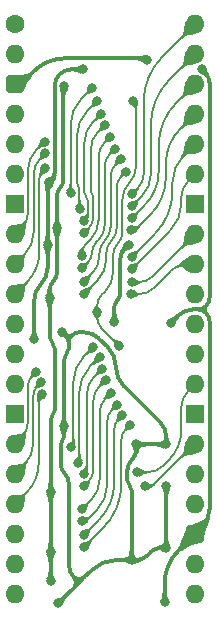
<source format=gbl>
%TF.GenerationSoftware,KiCad,Pcbnew,8.0.7*%
%TF.CreationDate,2025-01-13T08:59:25+02:00*%
%TF.ProjectId,Data and Signal Buffer,44617461-2061-46e6-9420-5369676e616c,V0*%
%TF.SameCoordinates,Original*%
%TF.FileFunction,Copper,L2,Bot*%
%TF.FilePolarity,Positive*%
%FSLAX46Y46*%
G04 Gerber Fmt 4.6, Leading zero omitted, Abs format (unit mm)*
G04 Created by KiCad (PCBNEW 8.0.7) date 2025-01-13 08:59:25*
%MOMM*%
%LPD*%
G01*
G04 APERTURE LIST*
G04 Aperture macros list*
%AMRoundRect*
0 Rectangle with rounded corners*
0 $1 Rounding radius*
0 $2 $3 $4 $5 $6 $7 $8 $9 X,Y pos of 4 corners*
0 Add a 4 corners polygon primitive as box body*
4,1,4,$2,$3,$4,$5,$6,$7,$8,$9,$2,$3,0*
0 Add four circle primitives for the rounded corners*
1,1,$1+$1,$2,$3*
1,1,$1+$1,$4,$5*
1,1,$1+$1,$6,$7*
1,1,$1+$1,$8,$9*
0 Add four rect primitives between the rounded corners*
20,1,$1+$1,$2,$3,$4,$5,0*
20,1,$1+$1,$4,$5,$6,$7,0*
20,1,$1+$1,$6,$7,$8,$9,0*
20,1,$1+$1,$8,$9,$2,$3,0*%
G04 Aperture macros list end*
%TA.AperFunction,ComponentPad*%
%ADD10O,1.600000X1.600000*%
%TD*%
%TA.AperFunction,ComponentPad*%
%ADD11R,1.600000X1.600000*%
%TD*%
%TA.AperFunction,ComponentPad*%
%ADD12RoundRect,0.400000X-0.400000X-0.400000X0.400000X-0.400000X0.400000X0.400000X-0.400000X0.400000X0*%
%TD*%
%TA.AperFunction,ComponentPad*%
%ADD13C,1.600000*%
%TD*%
%TA.AperFunction,ViaPad*%
%ADD14C,0.800000*%
%TD*%
%TA.AperFunction,Conductor*%
%ADD15C,0.380000*%
%TD*%
%TA.AperFunction,Conductor*%
%ADD16C,0.200000*%
%TD*%
G04 APERTURE END LIST*
D10*
%TO.P,J2,40,Pin_40*%
%TO.N,S7_{s}*%
X15240000Y0D03*
%TO.P,J2,39,Pin_39*%
%TO.N,S6_{s}*%
X15240000Y-2540000D03*
%TO.P,J2,38,Pin_38*%
%TO.N,S5_{s}*%
X15240000Y-5080000D03*
%TO.P,J2,37,Pin_37*%
%TO.N,S4_{s}*%
X15240000Y-7620000D03*
%TO.P,J2,36,Pin_36*%
%TO.N,S3_{s}*%
X15240000Y-10160000D03*
%TO.P,J2,35,Pin_35*%
%TO.N,S2_{s}*%
X15240000Y-12700000D03*
D11*
%TO.P,J2,34,Pin_34*%
%TO.N,GND*%
X15240000Y-15240000D03*
D10*
%TO.P,J2,33,Pin_33*%
%TO.N,~{WD}_{s}*%
X15240000Y-17780000D03*
%TO.P,J2,32,Pin_32*%
%TO.N,~{RD}_{s}*%
X15240000Y-20320000D03*
%TO.P,J2,31,Pin_31*%
%TO.N,DIR*%
X15240000Y-22860000D03*
%TO.P,J2,30,Pin_30*%
%TO.N,D7_{s}*%
X15240000Y-25400000D03*
%TO.P,J2,29,Pin_29*%
%TO.N,D6_{s}*%
X15240000Y-27940000D03*
%TO.P,J2,28,Pin_28*%
%TO.N,D5_{s}*%
X15240000Y-30480000D03*
D11*
%TO.P,J2,27,Pin_27*%
%TO.N,GND*%
X15240000Y-33020000D03*
D10*
%TO.P,J2,26,Pin_26*%
%TO.N,D4_{s}*%
X15240000Y-35560000D03*
%TO.P,J2,25,Pin_25*%
%TO.N,D3_{s}*%
X15240000Y-38100000D03*
%TO.P,J2,24,Pin_24*%
%TO.N,D2_{s}*%
X15240000Y-40640000D03*
D12*
%TO.P,J2,23,Pin_23*%
%TO.N,5V*%
X15240000Y-43180000D03*
D10*
%TO.P,J2,22,Pin_22*%
%TO.N,D1_{s}*%
X15240000Y-45720000D03*
%TO.P,J2,21,Pin_21*%
%TO.N,D0_{s}*%
X15240000Y-48260000D03*
%TO.P,J2,20,Pin_20*%
%TO.N,D0_{IN{slash}OUT}*%
X0Y-48260000D03*
%TO.P,J2,19,Pin_19*%
%TO.N,D1_{IN{slash}OUT}*%
X0Y-45720000D03*
%TO.P,J2,18,Pin_18*%
%TO.N,D2_{IN{slash}OUT}*%
X0Y-43180000D03*
%TO.P,J2,17,Pin_17*%
%TO.N,D3_{IN{slash}OUT}*%
X0Y-40640000D03*
%TO.P,J2,16,Pin_16*%
%TO.N,D4_{IN{slash}OUT}*%
X0Y-38100000D03*
%TO.P,J2,15,Pin_15*%
%TO.N,D5_{IN{slash}OUT}*%
X0Y-35560000D03*
D11*
%TO.P,J2,14,Pin_14*%
%TO.N,GND*%
X0Y-33020000D03*
D10*
%TO.P,J2,13,Pin_13*%
%TO.N,D6_{IN{slash}OUT}*%
X0Y-30480000D03*
%TO.P,J2,12,Pin_12*%
%TO.N,D7_{IN{slash}OUT}*%
X0Y-27940000D03*
%TO.P,J2,11,Pin_11*%
%TO.N,Device ~{CS}*%
X0Y-25400000D03*
%TO.P,J2,10,Pin_10*%
%TO.N,~{RD}_{IN}*%
X0Y-22860000D03*
%TO.P,J2,9,Pin_9*%
%TO.N,~{WD}_{IN}*%
X0Y-20320000D03*
%TO.P,J2,8,Pin_8*%
%TO.N,S2_{IN}*%
X0Y-17780000D03*
D11*
%TO.P,J2,7,Pin_7*%
%TO.N,GND*%
X0Y-15240000D03*
D10*
%TO.P,J2,6,Pin_6*%
%TO.N,S3_{IN}*%
X0Y-12700000D03*
%TO.P,J2,5,Pin_5*%
%TO.N,S4_{IN}*%
X0Y-10160000D03*
%TO.P,J2,4,Pin_4*%
%TO.N,S5_{IN}*%
X0Y-7620000D03*
D12*
%TO.P,J2,3,Pin_3*%
%TO.N,5V*%
X0Y-5080000D03*
D10*
%TO.P,J2,2,Pin_2*%
%TO.N,S6_{IN}*%
X0Y-2540000D03*
D13*
%TO.P,J2,1,Pin_1*%
%TO.N,S7_{IN}*%
X0Y0D03*
%TD*%
D14*
%TO.N,GND*%
X12827000Y-39116000D03*
X2921003Y-13362597D03*
X4165598Y-34036000D03*
X10287000Y-35560000D03*
X12827000Y-44323000D03*
X9652000Y-18669000D03*
X12826996Y-35560000D03*
X1654646Y-26673646D03*
X8432800Y-25216000D03*
X3683000Y-49022000D03*
X3987707Y-26010343D03*
X5791202Y-3810000D03*
X9905996Y-45339000D03*
X2794000Y-18668990D03*
%TO.N,5V*%
X15829155Y-3809998D03*
X12700000Y-48940000D03*
X11235170Y-2980170D03*
X13208000Y-25273000D03*
%TO.N,/3.3V*%
X3048000Y-44704000D03*
X2971613Y-23164617D03*
X3048004Y-39624000D03*
X3048000Y-47117000D03*
X3584000Y-17271010D03*
X4191000Y-5207000D03*
%TO.N,D4_{s}*%
X11074402Y-39116000D03*
%TO.N,D5_{s}*%
X10390400Y-37922200D03*
%TO.N,/D0*%
X9779000Y-33909000D03*
X5904388Y-44222600D03*
%TO.N,/D1*%
X9110068Y-33107334D03*
X5869419Y-43211014D03*
%TO.N,/D2*%
X5686771Y-42035457D03*
X8670097Y-32209319D03*
%TO.N,/D3*%
X5708400Y-41035689D03*
X8128000Y-31241992D03*
%TO.N,/D4*%
X5878988Y-39079000D03*
X7694696Y-30115255D03*
%TO.N,/D5*%
X7392794Y-29161914D03*
X5844019Y-38067414D03*
%TO.N,/D6*%
X5384800Y-37116000D03*
X7189799Y-28182731D03*
%TO.N,/D7*%
X6668949Y-27329080D03*
X4736400Y-35814000D03*
%TO.N,S3_{s}*%
X9906000Y-19685000D03*
%TO.N,~{WD}_{s}*%
X9921003Y-21811591D03*
%TO.N,S2_{s}*%
X9936192Y-20684546D03*
%TO.N,~{RD}_{s}*%
X9882200Y-22817600D03*
%TO.N,S5_{s}*%
X9897599Y-16402474D03*
%TO.N,S6_{s}*%
X9961630Y-15347657D03*
%TO.N,S4_{s}*%
X9869026Y-17402068D03*
%TO.N,S7_{s}*%
X9944082Y-14340157D03*
%TO.N,/S7*%
X6570000Y-5383343D03*
X4736400Y-14274800D03*
%TO.N,/S6*%
X5498400Y-15624000D03*
X6985000Y-6477000D03*
%TO.N,/S5*%
X7348566Y-7552288D03*
X5845619Y-16625414D03*
%TO.N,/S4*%
X5880588Y-17637000D03*
X7642000Y-8508676D03*
%TO.N,/S3*%
X5710000Y-19593689D03*
X8097967Y-9524106D03*
%TO.N,/S2*%
X5688371Y-20593457D03*
X8520600Y-10508917D03*
%TO.N,D4_{IN{slash}OUT}*%
X2250830Y-30308391D03*
%TO.N,D3_{IN{slash}OUT}*%
X2320299Y-31305978D03*
%TO.N,D5_{IN{slash}OUT}*%
X1841504Y-29396000D03*
%TO.N,Device ~{CS}*%
X8876865Y-27206000D03*
X10033000Y-6477000D03*
X6985004Y-24333200D03*
%TO.N,~{WD}_{IN}*%
X2611000Y-10922000D03*
%TO.N,~{RD}_{IN}*%
X2611000Y-12189125D03*
%TO.N,S2_{IN}*%
X2540000Y-9918600D03*
%TO.N,/~{RD}*%
X9420600Y-12467002D03*
X5905988Y-22780600D03*
%TO.N,/~{WD}*%
X8978058Y-11398151D03*
X5871019Y-21769014D03*
%TD*%
D15*
%TO.N,/3.3V*%
X4152900Y-5245100D02*
G75*
G03*
X4114792Y-5337081I92000J-92000D01*
G01*
X3192818Y-26967218D02*
G75*
G02*
X3414027Y-27501255I-534038J-534042D01*
G01*
X2971613Y-26433181D02*
G75*
G03*
X3192818Y-26967218I755247J1D01*
G01*
X3231014Y-33050610D02*
G75*
G03*
X3048017Y-33492435I441786J-441790D01*
G01*
X3277806Y-21741193D02*
G75*
G03*
X2971613Y-22480410I739194J-739207D01*
G01*
X3849400Y-13829000D02*
G75*
G03*
X3584013Y-14469732I640700J-640700D01*
G01*
X4114800Y-13188267D02*
G75*
G02*
X3849398Y-13828998I-906140J7D01*
G01*
X3584000Y-21001976D02*
G75*
G02*
X3277805Y-21741192I-1045420J6D01*
G01*
X3414024Y-32608784D02*
G75*
G02*
X3231013Y-33050609I-624844J4D01*
G01*
%TO.N,5V*%
X4288558Y-2865400D02*
G75*
G03*
X1615297Y-3972697I-8J-3780550D01*
G01*
X15482321Y-24130000D02*
G75*
G03*
X16208994Y-23828994I-21J1027700D01*
G01*
X16209000Y-24431000D02*
G75*
G03*
X15482321Y-24129991I-726700J-726700D01*
G01*
X16209000Y-23829000D02*
G75*
G03*
X16209000Y-24431000I301000J-301000D01*
G01*
X15129500Y-24130000D02*
G75*
G03*
X13800510Y-24680475I0J-1879500D01*
G01*
X13838441Y-44581558D02*
G75*
G03*
X12700004Y-47330000I2748459J-2748442D01*
G01*
X16209000Y-24431000D02*
G75*
G02*
X16510009Y-25157678I-726700J-726700D01*
G01*
X16510000Y-41011974D02*
G75*
G02*
X15875001Y-42545001I-2168040J4D01*
G01*
X11177785Y-2922785D02*
G75*
G03*
X11039245Y-2865361I-138585J-138515D01*
G01*
X16510000Y-23102321D02*
G75*
G02*
X16208994Y-23828994I-1027700J21D01*
G01*
X16169577Y-4150420D02*
G75*
G02*
X16510012Y-4972273I-821877J-821880D01*
G01*
X15875000Y-42545000D02*
X14604999Y-43814999D01*
%TO.N,GND*%
X8635998Y-45339000D02*
G75*
G03*
X6467986Y-46237035I2J-3066000D01*
G01*
X9296400Y-19024600D02*
G75*
G03*
X8940798Y-19883094I858500J-858500D01*
G01*
X4165598Y-34948050D02*
G75*
G02*
X4031001Y-35273003I-459558J0D01*
G01*
X8564818Y-28981400D02*
G75*
G03*
X9250872Y-30637658I2342282J0D01*
G01*
X4240550Y-38037750D02*
G75*
G02*
X4584699Y-38868601I-830850J-830850D01*
G01*
X10287000Y-36029900D02*
G75*
G02*
X9954722Y-36832061I-1134400J0D01*
G01*
X3896400Y-37206898D02*
G75*
G03*
X4240550Y-38037750I1175000J-2D01*
G01*
X7878770Y-27325134D02*
G75*
G02*
X8564817Y-28981400I-1656270J-1656266D01*
G01*
X4572002Y-26972401D02*
G75*
G03*
X4304884Y-26327518I-912002J1D01*
G01*
X4839121Y-26327519D02*
G75*
G03*
X4572002Y-26972401I644879J-644881D01*
G01*
X4304883Y-26327519D02*
G75*
G03*
X4839121Y-26327519I267119J267120D01*
G01*
X3808700Y-4217700D02*
G75*
G03*
X3400999Y-5201974I984260J-984270D01*
G01*
X8686800Y-23368000D02*
G75*
G03*
X8432804Y-23981210I613200J-613200D01*
G01*
X2794000Y-20599111D02*
G75*
G02*
X2224323Y-21974433I-1945012J5D01*
G01*
X2793988Y-18668969D02*
X2793991Y-18668968D01*
X2793994Y-18668967D01*
X2793996Y-18668967D01*
X2793999Y-18668967D01*
X2794000Y-18668967D01*
X4572002Y-27449428D02*
G75*
G02*
X4368797Y-27939999I-693782J8D01*
G01*
X2224323Y-21974433D02*
G75*
G03*
X1654648Y-23349754I1375317J-1375317D01*
G01*
X5022850Y-47682150D02*
G75*
G03*
X5022850Y-46805850I-438150J438150D01*
G01*
X5022850Y-46805850D02*
G75*
G03*
X5899150Y-46805850I438150J438152D01*
G01*
X4030999Y-35273001D02*
G75*
G03*
X3896422Y-35597951I324901J-324899D01*
G01*
X2857495Y-13426104D02*
G75*
G03*
X2794000Y-13579425I153305J-153296D01*
G01*
X12344400Y-44323000D02*
G75*
G03*
X11520550Y-44664249I0J-1165100D01*
G01*
X12351041Y-33737841D02*
G75*
G02*
X12827002Y-34886898I-1149041J-1149059D01*
G01*
X3401000Y-12543190D02*
G75*
G02*
X3161002Y-13122599I-819410J0D01*
G01*
X4368800Y-27940002D02*
G75*
G03*
X4165588Y-28430575I490600J-490598D01*
G01*
X7147122Y-26593486D02*
G75*
G03*
X5860138Y-26060401I-1286982J-1286984D01*
G01*
X9728198Y-39039798D02*
G75*
G02*
X9905980Y-39469040I-429198J-429202D01*
G01*
X11178070Y-45006729D02*
G75*
G02*
X10375898Y-45339011I-802170J802129D01*
G01*
X9550400Y-38610555D02*
G75*
G03*
X9728201Y-39039795I607040J5D01*
G01*
X4584700Y-45748062D02*
G75*
G03*
X5022851Y-46805849I1495940J2D01*
G01*
X5484003Y-26060400D02*
G75*
G03*
X4839120Y-26327518I-3J-912000D01*
G01*
X4792974Y-3810000D02*
G75*
G03*
X3808701Y-4217701I-4J-1391960D01*
G01*
X8940800Y-22754789D02*
G75*
G02*
X8686803Y-23368003I-867200J-11D01*
G01*
X9918700Y-36868100D02*
G75*
G03*
X9550381Y-37757254I889200J-889200D01*
G01*
X12827000Y-41465494D02*
X12827000Y-43370498D01*
X5899150Y-46805850D02*
X5022850Y-47682150D01*
D16*
%TO.N,/~{WD}*%
X7162800Y-19617030D02*
G75*
G02*
X6554546Y-21085490I-2076720J0D01*
G01*
X8128000Y-17109128D02*
G75*
G02*
X7645403Y-18274231I-1647710J-2D01*
G01*
X8553029Y-11823180D02*
G75*
G03*
X8127982Y-12849290I1026071J-1026120D01*
G01*
X7645400Y-18274228D02*
G75*
G03*
X7162820Y-19439327I1165100J-1165072D01*
G01*
%TO.N,/~{RD}*%
X7772400Y-19813551D02*
G75*
G02*
X6994133Y-21692456I-2657180J1D01*
G01*
X9028300Y-12859302D02*
G75*
G03*
X8636000Y-13806397I947100J-947098D01*
G01*
X8204200Y-18281114D02*
G75*
G03*
X7772392Y-19323571I1042500J-1042486D01*
G01*
X8636000Y-17238656D02*
G75*
G02*
X8204199Y-18281113I-1474270J6D01*
G01*
%TO.N,S2_{IN}*%
X1830547Y-10606147D02*
G75*
G03*
X1143001Y-12266033I1659883J-1659883D01*
G01*
X1143000Y-15828776D02*
G75*
G02*
X571500Y-17208500I-1951237J5D01*
G01*
X2529047Y-9918600D02*
G75*
G03*
X2510335Y-9926329I-47J-26400D01*
G01*
%TO.N,~{RD}_{IN}*%
X2082800Y-19304437D02*
G75*
G02*
X1041400Y-21818600I-3555576J5D01*
G01*
X2346900Y-12453225D02*
G75*
G03*
X2082815Y-13090818I637600J-637575D01*
G01*
%TO.N,~{WD}_{IN}*%
X1625600Y-17544927D02*
G75*
G02*
X812800Y-19507200I-2775077J2D01*
G01*
X2118300Y-11414700D02*
G75*
G03*
X1625598Y-12604183I1189470J-1189480D01*
G01*
%TO.N,Device ~{CS}*%
X6985004Y-24823669D02*
G75*
G03*
X7331818Y-25660953I1184096J-1D01*
G01*
X9703194Y-13410806D02*
G75*
G03*
X9119407Y-14820238I1409406J-1409394D01*
G01*
X8331200Y-20993695D02*
G75*
G02*
X7658104Y-22618700I-2298100J-5D01*
G01*
X8725294Y-18579706D02*
G75*
G03*
X8331217Y-19531133I951406J-951394D01*
G01*
X10287000Y-12001373D02*
G75*
G02*
X9703195Y-13410807I-1993250J3D01*
G01*
X9119388Y-17628278D02*
G75*
G02*
X8725296Y-18579708I-1345528J-2D01*
G01*
X7353195Y-22923604D02*
G75*
G03*
X6985005Y-23812498I888905J-888896D01*
G01*
X10160000Y-6604000D02*
G75*
G02*
X10286998Y-6910605I-306600J-306600D01*
G01*
%TO.N,D5_{IN{slash}OUT}*%
X1132000Y-33627555D02*
G75*
G02*
X566000Y-34994000I-1932453J3D01*
G01*
X1486752Y-29750752D02*
G75*
G03*
X1132000Y-30607199I856448J-856448D01*
G01*
%TO.N,D3_{IN{slash}OUT}*%
X2176149Y-31450127D02*
G75*
G03*
X2032037Y-31798135I348051J-347973D01*
G01*
X2032000Y-37171159D02*
G75*
G02*
X1016000Y-39624000I-3468848J3D01*
G01*
%TO.N,D4_{IN{slash}OUT}*%
X1916415Y-30642806D02*
G75*
G03*
X1582000Y-31450155I807335J-807344D01*
G01*
X1582000Y-35399357D02*
G75*
G02*
X791000Y-37309000I-2700654J4D01*
G01*
%TO.N,/S2*%
X8070300Y-10959217D02*
G75*
G03*
X7620020Y-12046337I1087100J-1087083D01*
G01*
X5778014Y-20570041D02*
G75*
G02*
X5721485Y-20593442I-56514J56541D01*
G01*
X6553200Y-19297799D02*
G75*
G02*
X6201728Y-20146329I-1200000J-1D01*
G01*
X6904672Y-18449269D02*
G75*
G03*
X6553198Y-19297799I848528J-848531D01*
G01*
X7620000Y-16979600D02*
G75*
G02*
X7086612Y-18267354I-1821200J0D01*
G01*
%TO.N,/S3*%
X5945735Y-18691192D02*
G75*
G03*
X5709990Y-19260308I569065J-569108D01*
G01*
X7112000Y-16533564D02*
G75*
G02*
X6410999Y-18225927I-2393370J4D01*
G01*
X7604983Y-10017089D02*
G75*
G03*
X7112004Y-11207256I1190167J-1190161D01*
G01*
%TO.N,/S4*%
X6553200Y-14376400D02*
G75*
G02*
X6654807Y-14621684I-245300J-245300D01*
G01*
X6654800Y-16315337D02*
G75*
G02*
X6267692Y-17249892I-1321670J7D01*
G01*
X6451600Y-14131115D02*
G75*
G03*
X6553205Y-14376395I346900J15D01*
G01*
X7046800Y-9103876D02*
G75*
G03*
X6451600Y-10540815I1436900J-1436924D01*
G01*
%TO.N,/S5*%
X6048400Y-14582800D02*
G75*
G02*
X6204020Y-14958451I-375700J-375700D01*
G01*
X6620683Y-8280171D02*
G75*
G03*
X5892802Y-10037436I1757257J-1757259D01*
G01*
X6204000Y-16013619D02*
G75*
G02*
X6024801Y-16446215I-611800J19D01*
G01*
X5892800Y-14207148D02*
G75*
G03*
X6048400Y-14582800I531250J-2D01*
G01*
%TO.N,/S6*%
X5486400Y-15603514D02*
G75*
G03*
X5492404Y-15617996I20500J14D01*
G01*
X6134100Y-7327900D02*
G75*
G03*
X5283199Y-9382154I2054240J-2054250D01*
G01*
X5384800Y-13665200D02*
G75*
G02*
X5486407Y-13910484I-245300J-245300D01*
G01*
X5283200Y-13419915D02*
G75*
G03*
X5384805Y-13665195I346900J15D01*
G01*
%TO.N,/S7*%
X5653200Y-6300143D02*
G75*
G03*
X4736400Y-8513493I2213340J-2213347D01*
G01*
%TO.N,S7_{s}*%
X10922000Y-12670747D02*
G75*
G02*
X10433040Y-13851197I-1669420J7D01*
G01*
X12515792Y-2724207D02*
G75*
G03*
X10922002Y-6571963I3847758J-3847753D01*
G01*
%TO.N,S4_{s}*%
X10315203Y-17285524D02*
G75*
G02*
X10033843Y-17402108I-281403J281324D01*
G01*
X12801600Y-12958571D02*
G75*
G02*
X11500132Y-16100600I-4443510J1D01*
G01*
X14020800Y-8839200D02*
G75*
G03*
X12801604Y-11782609I2943400J-2943400D01*
G01*
%TO.N,S6_{s}*%
X11531600Y-12667550D02*
G75*
G02*
X10746615Y-14562672I-2680110J0D01*
G01*
X13125392Y-4654607D02*
G75*
G03*
X11531602Y-8502363I3847758J-3847753D01*
G01*
%TO.N,S5_{s}*%
X12192000Y-12485686D02*
G75*
G02*
X11044797Y-15255271I-3916790J6D01*
G01*
X13716000Y-6604000D02*
G75*
G03*
X12191998Y-10283261I3679250J-3679260D01*
G01*
%TO.N,~{RD}_{s}*%
X11759578Y-22327221D02*
G75*
G02*
X10575700Y-22817587I-1183878J1183921D01*
G01*
X14503400Y-20320000D02*
G75*
G03*
X13245948Y-20840857I0J-1778300D01*
G01*
%TO.N,S2_{s}*%
X14677500Y-13262500D02*
G75*
G03*
X14114998Y-14620495I1358000J-1358000D01*
G01*
X14115000Y-15165369D02*
G75*
G02*
X13167214Y-17453521I-3235950J9D01*
G01*
%TO.N,~{WD}_{s}*%
X11663575Y-21356424D02*
G75*
G02*
X10564706Y-21811579I-1098875J1098924D01*
G01*
%TO.N,S3_{s}*%
X14300200Y-11099800D02*
G75*
G03*
X13360391Y-13368677I2268900J-2268900D01*
G01*
X13360400Y-14135100D02*
G75*
G02*
X11878661Y-17712346I-5059000J0D01*
G01*
%TO.N,/D7*%
X5823674Y-28174354D02*
G75*
G03*
X4978402Y-30215027I2040666J-2040666D01*
G01*
X4978400Y-35400880D02*
G75*
G02*
X4857406Y-35693006I-413100J-20D01*
G01*
%TO.N,/D6*%
X6338099Y-29034430D02*
G75*
G03*
X5486415Y-31090614I2056201J-2056170D01*
G01*
X5486400Y-36942557D02*
G75*
G02*
X5435612Y-37065212I-173400J-43D01*
G01*
%TO.N,/D5*%
X6096000Y-37637255D02*
G75*
G02*
X5970007Y-37941421I-430160J5D01*
G01*
X6744397Y-29810311D02*
G75*
G03*
X6095996Y-31375679I1565403J-1565389D01*
G01*
%TO.N,/D4*%
X7174748Y-30635203D02*
G75*
G03*
X6654774Y-31890468I1255252J-1255297D01*
G01*
X6654800Y-37754606D02*
G75*
G02*
X6266892Y-38691092I-1324400J6D01*
G01*
%TO.N,/D3*%
X7670800Y-31699192D02*
G75*
G03*
X7213585Y-32802970I1103800J-1103808D01*
G01*
X7213600Y-38466151D02*
G75*
G02*
X6461002Y-40283091I-2569550J1D01*
G01*
%TO.N,/D2*%
X6178780Y-41906942D02*
G75*
G02*
X5868518Y-42035475I-310280J310242D01*
G01*
X8246648Y-32632767D02*
G75*
G03*
X7823160Y-33655062I1022252J-1022333D01*
G01*
X7823200Y-39008869D02*
G75*
G02*
X6936736Y-41148993I-3026600J-1D01*
G01*
%TO.N,/D1*%
X8432800Y-38835048D02*
G75*
G02*
X7151109Y-41929323I-4375972J3D01*
G01*
X8771434Y-33445968D02*
G75*
G03*
X8432811Y-34263502I817566J-817532D01*
G01*
%TO.N,/D0*%
X9410700Y-34277300D02*
G75*
G03*
X9042381Y-35166454I889200J-889200D01*
G01*
X9042400Y-38865678D02*
G75*
G02*
X7473394Y-42653594I-5356931J4D01*
G01*
%TO.N,D5_{s}*%
X14115000Y-34335910D02*
G75*
G02*
X13064597Y-36871797I-3586300J10D01*
G01*
X14677500Y-31042500D02*
G75*
G03*
X14114998Y-32400495I1358000J-1358000D01*
G01*
X12588299Y-37348100D02*
G75*
G02*
X11202300Y-37922199I-1385999J1386000D01*
G01*
%TO.N,D4_{s}*%
X11786285Y-38930053D02*
G75*
G02*
X11337370Y-39115967I-448885J448953D01*
G01*
D15*
%TO.N,GND*%
X3896400Y-37206898D02*
X3896400Y-35597951D01*
X4584700Y-38868601D02*
X4584700Y-45748062D01*
X9905996Y-45339000D02*
X9905996Y-39469040D01*
X9550400Y-38610555D02*
X9550400Y-37757254D01*
X12827000Y-44323000D02*
X12344400Y-44323000D01*
X11520550Y-44664249D02*
X11178070Y-45006729D01*
X9905996Y-45339000D02*
X10375898Y-45339000D01*
D16*
%TO.N,/D1*%
X8432800Y-38835048D02*
X8432800Y-34263502D01*
X7151109Y-41929323D02*
X5869419Y-43211014D01*
X8771434Y-33445968D02*
X9110068Y-33107334D01*
%TO.N,/D0*%
X9410700Y-34277300D02*
X9779000Y-33909000D01*
X5904388Y-44222600D02*
X7473394Y-42653594D01*
X9042400Y-35166454D02*
X9042400Y-38865678D01*
%TO.N,D5_{s}*%
X13064599Y-36871799D02*
X12588299Y-37348100D01*
X14677500Y-31042500D02*
X15240000Y-30480000D01*
X11202300Y-37922200D02*
X10390400Y-37922200D01*
D15*
%TO.N,GND*%
X9954730Y-36832069D02*
X9918700Y-36868100D01*
X10287000Y-36029900D02*
X10287000Y-35560000D01*
D16*
%TO.N,D5_{s}*%
X14115000Y-34335910D02*
X14115000Y-32400495D01*
%TO.N,/D2*%
X8670097Y-32209319D02*
X8246648Y-32632767D01*
X6178780Y-41906942D02*
X6936733Y-41148990D01*
X7823200Y-33655062D02*
X7823200Y-39008869D01*
X5686771Y-42035457D02*
X5868518Y-42035457D01*
%TO.N,/D3*%
X7670800Y-31699192D02*
X8128000Y-31241992D01*
X7213600Y-32802970D02*
X7213600Y-38466151D01*
X6461000Y-40283089D02*
X5708400Y-41035689D01*
%TO.N,/D4*%
X7694696Y-30115255D02*
X7174748Y-30635203D01*
X6654800Y-31890468D02*
X6654800Y-37754606D01*
X5878988Y-39079000D02*
X6266894Y-38691094D01*
%TO.N,/D5*%
X6096000Y-37637255D02*
X6096000Y-31375679D01*
X5844019Y-38067414D02*
X5970009Y-37941423D01*
X6744397Y-29810311D02*
X7392794Y-29161914D01*
D15*
%TO.N,GND*%
X4165598Y-34948050D02*
X4165598Y-34036000D01*
D16*
%TO.N,/D6*%
X5435600Y-37065200D02*
X5384800Y-37116000D01*
X5486400Y-31090614D02*
X5486400Y-36942557D01*
X6338099Y-29034430D02*
X7189799Y-28182731D01*
%TO.N,/D7*%
X4978400Y-30215027D02*
X4978400Y-35400880D01*
X4736400Y-35814000D02*
X4857400Y-35693000D01*
X6668949Y-27329080D02*
X5823674Y-28174354D01*
D15*
%TO.N,GND*%
X4165598Y-34036000D02*
X4165598Y-28430575D01*
X4572002Y-26972401D02*
X4572002Y-27449428D01*
%TO.N,/3.3V*%
X3048004Y-39624000D02*
X3048004Y-33492435D01*
X3414024Y-27501255D02*
X3414024Y-32608784D01*
X2971613Y-26433181D02*
X2971613Y-23164617D01*
%TO.N,GND*%
X5860138Y-26060400D02*
X5484003Y-26060400D01*
X9250865Y-30637665D02*
X12351041Y-33737841D01*
X12826996Y-35560000D02*
X12826996Y-34886898D01*
X7878770Y-27325134D02*
X7147122Y-26593486D01*
D16*
%TO.N,D4_{s}*%
X11337370Y-39116000D02*
X11074402Y-39116000D01*
X11786285Y-38930053D02*
X15156339Y-35560000D01*
%TO.N,Device ~{CS}*%
X6985004Y-24333200D02*
X6985004Y-23812498D01*
X9119388Y-14820238D02*
X9119388Y-17628278D01*
X8331200Y-20993695D02*
X8331200Y-19531133D01*
X10287000Y-12001373D02*
X10287000Y-6910605D01*
X10033000Y-6477000D02*
X10160000Y-6604000D01*
X7658101Y-22618697D02*
X7353195Y-22923604D01*
X6985004Y-24333200D02*
X6985004Y-24823669D01*
X7331818Y-25660953D02*
X8876865Y-27206000D01*
D15*
%TO.N,GND*%
X8432800Y-23981210D02*
X8432800Y-25216000D01*
X8940800Y-19883094D02*
X8940800Y-22754789D01*
X9652000Y-18669000D02*
X9296400Y-19024600D01*
%TO.N,5V*%
X16510000Y-25157678D02*
X16510000Y-41011974D01*
X15482321Y-24130000D02*
X15129500Y-24130000D01*
X16510000Y-23102321D02*
X16510000Y-4972273D01*
X13800517Y-24680482D02*
X13208000Y-25273000D01*
X15829155Y-3809998D02*
X16169577Y-4150420D01*
D16*
%TO.N,S2_{s}*%
X9936192Y-20684546D02*
X13167215Y-17453522D01*
X14115000Y-14620495D02*
X14115000Y-15165369D01*
X14677500Y-13262500D02*
X15240000Y-12700000D01*
%TO.N,~{WD}_{IN}*%
X1625600Y-17544927D02*
X1625600Y-12604183D01*
X812800Y-19507200D02*
X0Y-20320000D01*
X2118300Y-11414700D02*
X2611000Y-10922000D01*
%TO.N,~{RD}_{IN}*%
X2611000Y-12189125D02*
X2346900Y-12453225D01*
X2082800Y-19304437D02*
X2082800Y-13090818D01*
X1041400Y-21818600D02*
X0Y-22860000D01*
D15*
%TO.N,GND*%
X2857495Y-13426104D02*
X2921003Y-13362597D01*
X2793988Y-18668969D02*
X2793988Y-13579425D01*
X3161001Y-13122598D02*
X2921003Y-13362597D01*
X3401000Y-5201974D02*
X3401000Y-12543190D01*
X5791202Y-3810000D02*
X4792974Y-3810000D01*
D16*
%TO.N,/S3*%
X8097967Y-9524106D02*
X7604983Y-10017089D01*
X7112000Y-16533564D02*
X7112000Y-11207256D01*
X5945735Y-18691192D02*
X6411000Y-18225928D01*
X5710000Y-19260308D02*
X5710000Y-19593689D01*
%TO.N,/~{RD}*%
X9028300Y-12859302D02*
X9420600Y-12467002D01*
X7772400Y-19813551D02*
X7772400Y-19323571D01*
X6994132Y-21692455D02*
X5905988Y-22780600D01*
X8636000Y-13806397D02*
X8636000Y-17238656D01*
%TO.N,/S2*%
X7620000Y-12046337D02*
X7620000Y-16979600D01*
X6904672Y-18449269D02*
X7086600Y-18267342D01*
X8520600Y-10508917D02*
X8070300Y-10959217D01*
X5778014Y-20570041D02*
X6201727Y-20146328D01*
X5721485Y-20593457D02*
X5688371Y-20593457D01*
%TO.N,/~{WD}*%
X8978058Y-11398151D02*
X8553029Y-11823180D01*
X7162800Y-19617030D02*
X7162800Y-19439327D01*
X8128000Y-17109128D02*
X8128000Y-12849290D01*
X5871019Y-21769014D02*
X6554544Y-21085488D01*
%TO.N,~{RD}_{s}*%
X14503400Y-20320000D02*
X15240000Y-20320000D01*
X11759578Y-22327221D02*
X13245945Y-20840854D01*
X10575700Y-22817600D02*
X9882200Y-22817600D01*
%TO.N,S3_{s}*%
X11878657Y-17712342D02*
X9906000Y-19685000D01*
X13360400Y-13368677D02*
X13360400Y-14135100D01*
X14300200Y-11099800D02*
X15240000Y-10160000D01*
%TO.N,S4_{s}*%
X12801600Y-12958571D02*
X12801600Y-11782609D01*
X10315203Y-17285524D02*
X11500130Y-16100598D01*
X14020800Y-8839200D02*
X15240000Y-7620000D01*
X9869026Y-17402068D02*
X10033843Y-17402068D01*
%TO.N,S5_{s}*%
X12192000Y-12485686D02*
X12192000Y-10283261D01*
X13716000Y-6604000D02*
X15240000Y-5080000D01*
X9897599Y-16402474D02*
X11044799Y-15255273D01*
%TO.N,S6_{s}*%
X9961630Y-15347657D02*
X10746615Y-14562672D01*
X11531600Y-12667550D02*
X11531600Y-8502363D01*
X13125392Y-4654607D02*
X15240000Y-2540000D01*
%TO.N,S7_{s}*%
X12515792Y-2724207D02*
X15240000Y0D01*
X10433041Y-13851198D02*
X9944082Y-14340157D01*
X10922000Y-12670747D02*
X10922000Y-6571963D01*
%TO.N,/S4*%
X7046800Y-9103876D02*
X7642000Y-8508676D01*
X6451600Y-14131115D02*
X6451600Y-10540815D01*
X6654800Y-14621684D02*
X6654800Y-16315337D01*
X5880588Y-17637000D02*
X6267694Y-17249894D01*
%TO.N,/S5*%
X5845619Y-16625414D02*
X6024809Y-16446223D01*
X6204000Y-14958451D02*
X6204000Y-16013619D01*
X6620683Y-8280171D02*
X7348566Y-7552288D01*
X5892800Y-10037436D02*
X5892800Y-14207148D01*
%TO.N,/S6*%
X5486400Y-15603514D02*
X5486400Y-13910484D01*
X5492400Y-15618000D02*
X5498400Y-15624000D01*
X5283200Y-9382154D02*
X5283200Y-13419915D01*
X6134100Y-7327900D02*
X6985000Y-6477000D01*
D15*
%TO.N,/3.3V*%
X4152900Y-5245100D02*
X4191000Y-5207000D01*
X4114800Y-5337081D02*
X4114800Y-13188267D01*
X3584000Y-14469732D02*
X3584000Y-17271010D01*
D16*
%TO.N,/S7*%
X4736400Y-8513493D02*
X4736400Y-14274800D01*
X6570000Y-5383343D02*
X5653200Y-6300143D01*
D15*
%TO.N,GND*%
X8635998Y-45339000D02*
X9905996Y-45339000D01*
X1654646Y-26673646D02*
X1654646Y-23349754D01*
X3683000Y-49022000D02*
X5022850Y-47682150D01*
X12827000Y-39116000D02*
X12827000Y-41465494D01*
X2794000Y-20599111D02*
X2794000Y-18668990D01*
X6467975Y-46237024D02*
X5899150Y-46805850D01*
X4304883Y-26327519D02*
X3987707Y-26010343D01*
X12827000Y-43370498D02*
X12827000Y-44323000D01*
X12826996Y-35560000D02*
X10287000Y-35560000D01*
%TO.N,5V*%
X4288558Y-2865400D02*
X11039245Y-2865400D01*
X14604999Y-43814999D02*
X13838441Y-44581558D01*
X12700000Y-47330000D02*
X12700000Y-48940000D01*
X1615300Y-3972700D02*
X508000Y-5080000D01*
X11235170Y-2980170D02*
X11177785Y-2922785D01*
%TO.N,/3.3V*%
X3584000Y-21001976D02*
X3584000Y-17271010D01*
X3048000Y-39624004D02*
X3048004Y-39624000D01*
X3048000Y-47117000D02*
X3048000Y-44704000D01*
X2971613Y-22480410D02*
X2971613Y-23164617D01*
X3048000Y-39624004D02*
X3048000Y-44704000D01*
D16*
%TO.N,~{WD}_{s}*%
X9921003Y-21811591D02*
X10564706Y-21811591D01*
X11663575Y-21356424D02*
X15240000Y-17780000D01*
%TO.N,S2_{IN}*%
X2529047Y-9918600D02*
X2540000Y-9918600D01*
X1143000Y-12266033D02*
X1143000Y-15828776D01*
X1830547Y-10606147D02*
X2510350Y-9926344D01*
X571500Y-17208500D02*
X0Y-17780000D01*
%TO.N,D5_{IN{slash}OUT}*%
X1841504Y-29396000D02*
X1486752Y-29750752D01*
X1132000Y-33627555D02*
X1132000Y-30607199D01*
X566000Y-34994000D02*
X0Y-35560000D01*
%TO.N,D4_{IN{slash}OUT}*%
X2250830Y-30308391D02*
X1916415Y-30642806D01*
X1582000Y-31450155D02*
X1582000Y-35399357D01*
X791000Y-37309000D02*
X0Y-38100000D01*
%TO.N,D3_{IN{slash}OUT}*%
X2176149Y-31450127D02*
X2320299Y-31305978D01*
X1016000Y-39624000D02*
X0Y-40640000D01*
X2032000Y-31798135D02*
X2032000Y-37171159D01*
%TD*%
%TA.AperFunction,Conductor*%
%TO.N,5V*%
G36*
X16180641Y-41754137D02*
G01*
X16514808Y-41892552D01*
X16521140Y-41898884D01*
X16521181Y-41907739D01*
X16428418Y-42137603D01*
X16428412Y-42137620D01*
X16331310Y-42414838D01*
X16234208Y-42728654D01*
X16137103Y-43079084D01*
X16043136Y-43453603D01*
X16037799Y-43460794D01*
X16028941Y-43462104D01*
X16027861Y-43461777D01*
X15244195Y-43182553D01*
X15237552Y-43176548D01*
X15237543Y-43176529D01*
X14867747Y-42393536D01*
X14867312Y-42384591D01*
X14873329Y-42377960D01*
X14876030Y-42377066D01*
X15024949Y-42347304D01*
X15123968Y-42327515D01*
X15123969Y-42327514D01*
X15123972Y-42327514D01*
X15386590Y-42238428D01*
X15649209Y-42112742D01*
X15911827Y-41950456D01*
X16169101Y-41755618D01*
X16177765Y-41753356D01*
X16180641Y-41754137D01*
G37*
%TD.AperFunction*%
%TD*%
%TA.AperFunction,Conductor*%
%TO.N,GND*%
G36*
X3554441Y-12757854D02*
G01*
X3561887Y-12762829D01*
X3563634Y-12771611D01*
X3563570Y-12771914D01*
X3522312Y-12954066D01*
X3522059Y-12955002D01*
X3479787Y-13088965D01*
X3479398Y-13090019D01*
X3431553Y-13202649D01*
X3431378Y-13203040D01*
X3370781Y-13332309D01*
X3295141Y-13505186D01*
X3288685Y-13511392D01*
X3279971Y-13511316D01*
X2922985Y-13364472D01*
X2919146Y-13361908D01*
X2647950Y-13089584D01*
X2644540Y-13081304D01*
X2647984Y-13073038D01*
X2649495Y-13071767D01*
X2780552Y-12979432D01*
X2783608Y-12977894D01*
X2918275Y-12933419D01*
X2918729Y-12933281D01*
X3038668Y-12899546D01*
X3133375Y-12832099D01*
X3189862Y-12694962D01*
X3196180Y-12688619D01*
X3202958Y-12687945D01*
X3554441Y-12757854D01*
G37*
%TD.AperFunction*%
%TD*%
%TA.AperFunction,Conductor*%
%TO.N,~{RD}_{IN}*%
G36*
X2252764Y-12040706D02*
G01*
X2606873Y-12186347D01*
X2613221Y-12192664D01*
X2613240Y-12192710D01*
X2759202Y-12546860D01*
X2759186Y-12555814D01*
X2752843Y-12562135D01*
X2751873Y-12562486D01*
X2609326Y-12607005D01*
X2607965Y-12607342D01*
X2482194Y-12630599D01*
X2482188Y-12630600D01*
X2482186Y-12630601D01*
X2378784Y-12659023D01*
X2378782Y-12659023D01*
X2292579Y-12722675D01*
X2292578Y-12722675D01*
X2222836Y-12842891D01*
X2215720Y-12848328D01*
X2208239Y-12847829D01*
X2117686Y-12810322D01*
X2043211Y-12779475D01*
X2036879Y-12773144D01*
X2036671Y-12764728D01*
X2084619Y-12630601D01*
X2096929Y-12596164D01*
X2127482Y-12463940D01*
X2146824Y-12347678D01*
X2146963Y-12346979D01*
X2177285Y-12215759D01*
X2177665Y-12214463D01*
X2237321Y-12047595D01*
X2243332Y-12040961D01*
X2252276Y-12040519D01*
X2252764Y-12040706D01*
G37*
%TD.AperFunction*%
%TD*%
%TA.AperFunction,Conductor*%
%TO.N,Device ~{CS}*%
G36*
X10421009Y-6476970D02*
G01*
X10429274Y-6480418D01*
X10432680Y-6488699D01*
X10432676Y-6488986D01*
X10428226Y-6653613D01*
X10428182Y-6654358D01*
X10416825Y-6779138D01*
X10416781Y-6779539D01*
X10403192Y-6887446D01*
X10391784Y-7012792D01*
X10391783Y-7012806D01*
X10387308Y-7178402D01*
X10383659Y-7186580D01*
X10375612Y-7189786D01*
X10196841Y-7189786D01*
X10188568Y-7186359D01*
X10185314Y-7180091D01*
X10177184Y-7133355D01*
X10162371Y-7048192D01*
X10162370Y-7048191D01*
X10162370Y-7048190D01*
X10095642Y-6968464D01*
X10095641Y-6968463D01*
X9997541Y-6916536D01*
X9997532Y-6916531D01*
X9997512Y-6916521D01*
X9879845Y-6858861D01*
X9877880Y-6857644D01*
X9760740Y-6767947D01*
X9756256Y-6760198D01*
X9758565Y-6751546D01*
X9759560Y-6750405D01*
X10029559Y-6479452D01*
X10037824Y-6476012D01*
X10421009Y-6476970D01*
G37*
%TD.AperFunction*%
%TD*%
%TA.AperFunction,Conductor*%
%TO.N,D3_{IN{slash}OUT}*%
G36*
X2323704Y-31308396D02*
G01*
X2323740Y-31308431D01*
X2593531Y-31579176D01*
X2596943Y-31587456D01*
X2593502Y-31595723D01*
X2592161Y-31596871D01*
X2469865Y-31686534D01*
X2467482Y-31687883D01*
X2341274Y-31740952D01*
X2341239Y-31740968D01*
X2288050Y-31763750D01*
X2233800Y-31786988D01*
X2195529Y-31826073D01*
X2159652Y-31862714D01*
X2159651Y-31862715D01*
X2159650Y-31862717D01*
X2133835Y-31995977D01*
X2128898Y-32003448D01*
X2122349Y-32005452D01*
X1943618Y-32005452D01*
X1935345Y-32002025D01*
X1931918Y-31993834D01*
X1930783Y-31831968D01*
X1927881Y-31708867D01*
X1927880Y-31708815D01*
X1926362Y-31662269D01*
X1924417Y-31602561D01*
X1921515Y-31479461D01*
X1920381Y-31317729D01*
X1923750Y-31309433D01*
X1931997Y-31305948D01*
X2315423Y-31304990D01*
X2323704Y-31308396D01*
G37*
%TD.AperFunction*%
%TD*%
%TA.AperFunction,Conductor*%
%TO.N,/S3*%
G36*
X5769757Y-18770104D02*
G01*
X5774249Y-18773106D01*
X5918288Y-18869355D01*
X5923263Y-18876801D01*
X5922442Y-18883918D01*
X5869176Y-19001279D01*
X5869175Y-19001280D01*
X5877775Y-19101297D01*
X5877775Y-19101299D01*
X5898880Y-19138779D01*
X5930361Y-19194689D01*
X5930364Y-19194693D01*
X6004546Y-19300635D01*
X6005278Y-19301826D01*
X6073466Y-19429245D01*
X6074348Y-19438156D01*
X6068670Y-19445081D01*
X6067642Y-19445568D01*
X5713943Y-19592649D01*
X5704990Y-19592661D01*
X5351549Y-19445246D01*
X5345233Y-19438899D01*
X5345255Y-19429944D01*
X5345383Y-19429647D01*
X5402895Y-19301826D01*
X5421175Y-19261197D01*
X5421646Y-19260268D01*
X5490047Y-19139285D01*
X5490672Y-19138301D01*
X5560684Y-19039243D01*
X5560887Y-19038962D01*
X5646263Y-18925977D01*
X5753686Y-18773105D01*
X5761246Y-18768307D01*
X5769757Y-18770104D01*
G37*
%TD.AperFunction*%
%TD*%
%TA.AperFunction,Conductor*%
%TO.N,/S5*%
G36*
X6300146Y-15948182D02*
G01*
X6303573Y-15956455D01*
X6303565Y-15956875D01*
X6297945Y-16113420D01*
X6297868Y-16114406D01*
X6283481Y-16233265D01*
X6283405Y-16233793D01*
X6266172Y-16336615D01*
X6266166Y-16336657D01*
X6251691Y-16456238D01*
X6251688Y-16456275D01*
X6246022Y-16614162D01*
X6242301Y-16622307D01*
X6234359Y-16625442D01*
X5850494Y-16626401D01*
X5842213Y-16622995D01*
X5842177Y-16622960D01*
X5572736Y-16352566D01*
X5569324Y-16344286D01*
X5572765Y-16336019D01*
X5574433Y-16334640D01*
X5708827Y-16243217D01*
X5711905Y-16241729D01*
X5855773Y-16196704D01*
X5855986Y-16196640D01*
X5981883Y-16161478D01*
X6070510Y-16092295D01*
X6101932Y-15953864D01*
X6107105Y-15946556D01*
X6113342Y-15944755D01*
X6291873Y-15944755D01*
X6300146Y-15948182D01*
G37*
%TD.AperFunction*%
%TD*%
%TA.AperFunction,Conductor*%
%TO.N,S4_{s}*%
G36*
X10479866Y-16993530D02*
G01*
X10606283Y-17119947D01*
X10609710Y-17128220D01*
X10606598Y-17136166D01*
X10492443Y-17259545D01*
X10414635Y-17360817D01*
X10414623Y-17360835D01*
X10351644Y-17451750D01*
X10351304Y-17452216D01*
X10273993Y-17552845D01*
X10273303Y-17553663D01*
X10160108Y-17676005D01*
X10151974Y-17679750D01*
X10143574Y-17676647D01*
X10143268Y-17676353D01*
X9918008Y-17452216D01*
X9871774Y-17406213D01*
X9868327Y-17397950D01*
X9868998Y-17017706D01*
X9872438Y-17009443D01*
X9880718Y-17006031D01*
X9882209Y-17006129D01*
X9897599Y-17008156D01*
X9906828Y-17006940D01*
X9909725Y-17006923D01*
X10026285Y-17020827D01*
X10028261Y-17021240D01*
X10092105Y-17040479D01*
X10150479Y-17058070D01*
X10150502Y-17058076D01*
X10150524Y-17058083D01*
X10255009Y-17084221D01*
X10357016Y-17070106D01*
X10464744Y-16992316D01*
X10473457Y-16990252D01*
X10479866Y-16993530D01*
G37*
%TD.AperFunction*%
%TD*%
%TA.AperFunction,Conductor*%
%TO.N,~{RD}_{s}*%
G36*
X14938331Y-19591731D02*
G01*
X14938633Y-19592397D01*
X15239025Y-20315058D01*
X15239036Y-20324013D01*
X15239027Y-20324035D01*
X14938907Y-21046929D01*
X14932570Y-21053256D01*
X14923615Y-21053249D01*
X14922364Y-21052640D01*
X14634069Y-20890434D01*
X14632446Y-20889332D01*
X14413583Y-20712231D01*
X14413562Y-20712216D01*
X14222663Y-20574953D01*
X14222664Y-20574953D01*
X14008137Y-20527127D01*
X13727132Y-20614822D01*
X13718214Y-20614015D01*
X13713222Y-20608965D01*
X13631902Y-20449369D01*
X13631200Y-20440442D01*
X13636385Y-20433979D01*
X13961002Y-20242678D01*
X14179869Y-20070139D01*
X14361936Y-19910567D01*
X14362875Y-19909827D01*
X14586661Y-19751554D01*
X14588250Y-19750610D01*
X14922673Y-19586385D01*
X14931608Y-19585815D01*
X14938331Y-19591731D01*
G37*
%TD.AperFunction*%
%TD*%
%TA.AperFunction,Conductor*%
%TO.N,S2_{s}*%
G36*
X15175661Y-12635662D02*
G01*
X15302278Y-12762279D01*
X15305705Y-12770552D01*
X15302278Y-12778825D01*
X15302119Y-12778981D01*
X15127869Y-12946720D01*
X15127069Y-12947423D01*
X14944373Y-13093745D01*
X14942100Y-13095171D01*
X14772830Y-13175987D01*
X14766441Y-13177051D01*
X14623387Y-13160453D01*
X14615563Y-13156096D01*
X14615521Y-13156041D01*
X14502964Y-13008851D01*
X14500602Y-13002752D01*
X14488643Y-12864489D01*
X14491344Y-12855954D01*
X14494678Y-12853222D01*
X14592627Y-12799587D01*
X14596857Y-12798232D01*
X14774534Y-12777056D01*
X14981507Y-12738629D01*
X15161502Y-12633823D01*
X15170375Y-12632623D01*
X15175661Y-12635662D01*
G37*
%TD.AperFunction*%
%TD*%
%TA.AperFunction,Conductor*%
%TO.N,/D7*%
G36*
X5075363Y-35100007D02*
G01*
X5078783Y-35107884D01*
X5084431Y-35274830D01*
X5084432Y-35274834D01*
X5098816Y-35400937D01*
X5115944Y-35509392D01*
X5116012Y-35509891D01*
X5130316Y-35635286D01*
X5130384Y-35636216D01*
X5135991Y-35801934D01*
X5132846Y-35810319D01*
X5124694Y-35814023D01*
X5124327Y-35814030D01*
X4741275Y-35814987D01*
X4732994Y-35811581D01*
X4732958Y-35811546D01*
X4557773Y-35635742D01*
X4462896Y-35540529D01*
X4459484Y-35532249D01*
X4462925Y-35523982D01*
X4464001Y-35523034D01*
X4481541Y-35509392D01*
X4579404Y-35433279D01*
X4581206Y-35432127D01*
X4695924Y-35372877D01*
X4790737Y-35318940D01*
X4854843Y-35237834D01*
X4876770Y-35106355D01*
X4881512Y-35098759D01*
X4888311Y-35096580D01*
X5067090Y-35096580D01*
X5075363Y-35100007D01*
G37*
%TD.AperFunction*%
%TD*%
%TA.AperFunction,Conductor*%
%TO.N,/D5*%
G36*
X6192898Y-37357179D02*
G01*
X6196320Y-37365123D01*
X6200991Y-37530949D01*
X6200992Y-37530967D01*
X6200993Y-37530972D01*
X6205199Y-37575288D01*
X6212904Y-37656480D01*
X6227085Y-37764475D01*
X6227133Y-37764893D01*
X6238989Y-37889815D01*
X6239036Y-37890590D01*
X6243680Y-38055414D01*
X6240488Y-38063781D01*
X6232315Y-38067439D01*
X6232014Y-38067444D01*
X5848894Y-38068401D01*
X5840613Y-38064995D01*
X5840577Y-38064960D01*
X5570573Y-37794001D01*
X5567161Y-37785721D01*
X5570602Y-37777454D01*
X5571726Y-37776470D01*
X5688591Y-37686741D01*
X5690519Y-37685539D01*
X5807724Y-37627575D01*
X5905268Y-37575288D01*
X5971553Y-37495306D01*
X5994323Y-37363460D01*
X5999108Y-37355892D01*
X6005852Y-37353752D01*
X6184625Y-37353752D01*
X6192898Y-37357179D01*
G37*
%TD.AperFunction*%
%TD*%
%TA.AperFunction,Conductor*%
%TO.N,/D2*%
G36*
X5721223Y-41640094D02*
G01*
X5726492Y-41640803D01*
X5846572Y-41656964D01*
X5848842Y-41657506D01*
X5973109Y-41700769D01*
X6079417Y-41734367D01*
X6183197Y-41725892D01*
X6292945Y-41648951D01*
X6301684Y-41647009D01*
X6307932Y-41650259D01*
X6434341Y-41776669D01*
X6437768Y-41784942D01*
X6434548Y-41793003D01*
X6320640Y-41912822D01*
X6239700Y-42008830D01*
X6172436Y-42094056D01*
X6172197Y-42094348D01*
X6091603Y-42189946D01*
X6091138Y-42190466D01*
X5977861Y-42309624D01*
X5969677Y-42313259D01*
X5961320Y-42310043D01*
X5961129Y-42309857D01*
X5805840Y-42155343D01*
X5689519Y-42039602D01*
X5686072Y-42031339D01*
X5686742Y-41651836D01*
X5690182Y-41643572D01*
X5698462Y-41640160D01*
X5699953Y-41640258D01*
X5708400Y-41641371D01*
X5718137Y-41640089D01*
X5721223Y-41640094D01*
G37*
%TD.AperFunction*%
%TD*%
%TA.AperFunction,Conductor*%
%TO.N,D5_{s}*%
G36*
X15175661Y-30415662D02*
G01*
X15302278Y-30542279D01*
X15305705Y-30550552D01*
X15302278Y-30558825D01*
X15302119Y-30558981D01*
X15127869Y-30726720D01*
X15127069Y-30727423D01*
X14944373Y-30873745D01*
X14942100Y-30875171D01*
X14772830Y-30955987D01*
X14766441Y-30957051D01*
X14623387Y-30940453D01*
X14615563Y-30936096D01*
X14615521Y-30936041D01*
X14502964Y-30788851D01*
X14500602Y-30782752D01*
X14488643Y-30644489D01*
X14491344Y-30635954D01*
X14494678Y-30633222D01*
X14592627Y-30579587D01*
X14596857Y-30578232D01*
X14774534Y-30557056D01*
X14981507Y-30518629D01*
X15161502Y-30413823D01*
X15170375Y-30412623D01*
X15175661Y-30415662D01*
G37*
%TD.AperFunction*%
%TD*%
%TA.AperFunction,Conductor*%
%TO.N,D4_{s}*%
G36*
X11088329Y-38718742D02*
G01*
X11249959Y-38750567D01*
X11253294Y-38751773D01*
X11388025Y-38825176D01*
X11388397Y-38825387D01*
X11503175Y-38893572D01*
X11559475Y-38901892D01*
X11615774Y-38910212D01*
X11615774Y-38910211D01*
X11615775Y-38910212D01*
X11737376Y-38834561D01*
X11746210Y-38833101D01*
X11751829Y-38836223D01*
X11878033Y-38962427D01*
X11881460Y-38970700D01*
X11878033Y-38978973D01*
X11877658Y-38979332D01*
X11762764Y-39084456D01*
X11761820Y-39085233D01*
X11665925Y-39156110D01*
X11665387Y-39156485D01*
X11578252Y-39213619D01*
X11578251Y-39213620D01*
X11481617Y-39285044D01*
X11481613Y-39285047D01*
X11365481Y-39391306D01*
X11357064Y-39394362D01*
X11349331Y-39390968D01*
X11077151Y-39120146D01*
X11073703Y-39111882D01*
X11074376Y-38730199D01*
X11077817Y-38721935D01*
X11086097Y-38718523D01*
X11088329Y-38718742D01*
G37*
%TD.AperFunction*%
%TD*%
%TA.AperFunction,Conductor*%
%TO.N,GND*%
G36*
X10093006Y-44542427D02*
G01*
X10096425Y-44550255D01*
X10102336Y-44705418D01*
X10122198Y-44822412D01*
X10156849Y-44920908D01*
X10156854Y-44920921D01*
X10207479Y-45031636D01*
X10207544Y-45031779D01*
X10270728Y-45175001D01*
X10270932Y-45183953D01*
X10264745Y-45190428D01*
X10264525Y-45190522D01*
X9910498Y-45338123D01*
X9901544Y-45338144D01*
X9901494Y-45338123D01*
X9547466Y-45190522D01*
X9541148Y-45184175D01*
X9541169Y-45175221D01*
X9541232Y-45175071D01*
X9604446Y-45031779D01*
X9655141Y-44920907D01*
X9689790Y-44822416D01*
X9709654Y-44705412D01*
X9715567Y-44550253D01*
X9719307Y-44542118D01*
X9727259Y-44539000D01*
X10084733Y-44539000D01*
X10093006Y-44542427D01*
G37*
%TD.AperFunction*%
%TD*%
%TA.AperFunction,Conductor*%
%TO.N,GND*%
G36*
X12672196Y-43957820D02*
G01*
X12678352Y-43964056D01*
X12826073Y-44318190D01*
X12826096Y-44327144D01*
X12826076Y-44327192D01*
X12678774Y-44680910D01*
X12672430Y-44687230D01*
X12663475Y-44687213D01*
X12662680Y-44686846D01*
X12543389Y-44626331D01*
X12542364Y-44625744D01*
X12447258Y-44564722D01*
X12362847Y-44520748D01*
X12265392Y-44506381D01*
X12265386Y-44506382D01*
X12140871Y-44531768D01*
X12132080Y-44530063D01*
X12127408Y-44523920D01*
X12016873Y-44183722D01*
X12017575Y-44174796D01*
X12024385Y-44168981D01*
X12024396Y-44168977D01*
X12178119Y-44121179D01*
X12178195Y-44121156D01*
X12296171Y-44087261D01*
X12296220Y-44087247D01*
X12397777Y-44057101D01*
X12513516Y-44017043D01*
X12663242Y-43957684D01*
X12672196Y-43957820D01*
G37*
%TD.AperFunction*%
%TD*%
%TA.AperFunction,Conductor*%
%TO.N,GND*%
G36*
X10069497Y-44974840D02*
G01*
X10070332Y-44975227D01*
X10179849Y-45031422D01*
X10185024Y-45034078D01*
X10186138Y-45034730D01*
X10277582Y-45095214D01*
X10358647Y-45139554D01*
X10452417Y-45154972D01*
X10452418Y-45154971D01*
X10452420Y-45154972D01*
X10532879Y-45138940D01*
X10572315Y-45131082D01*
X10581098Y-45132826D01*
X10585728Y-45138940D01*
X10696295Y-45479217D01*
X10695593Y-45488145D01*
X10688784Y-45493960D01*
X10688679Y-45493994D01*
X10539736Y-45540851D01*
X10539581Y-45540898D01*
X10425404Y-45575088D01*
X10425351Y-45575104D01*
X10368181Y-45593038D01*
X10327028Y-45605949D01*
X10214899Y-45646170D01*
X10069775Y-45704266D01*
X10060821Y-45704159D01*
X10054629Y-45697908D01*
X9989135Y-45540898D01*
X9906921Y-45343808D01*
X9906899Y-45334856D01*
X10054199Y-44981141D01*
X10060542Y-44974823D01*
X10069497Y-44974840D01*
G37*
%TD.AperFunction*%
%TD*%
%TA.AperFunction,Conductor*%
%TO.N,/D1*%
G36*
X6371963Y-42582188D02*
G01*
X6498243Y-42708467D01*
X6501670Y-42716740D01*
X6498942Y-42724249D01*
X6395790Y-42847500D01*
X6395788Y-42847503D01*
X6395787Y-42847505D01*
X6375538Y-42890246D01*
X6343462Y-42957955D01*
X6319471Y-43067461D01*
X6294570Y-43195432D01*
X6294195Y-43196866D01*
X6242911Y-43352153D01*
X6237062Y-43358934D01*
X6228132Y-43359594D01*
X6227349Y-43359304D01*
X5873223Y-43213577D01*
X5866876Y-43207259D01*
X5866855Y-43207209D01*
X5721128Y-42853082D01*
X5721149Y-42844128D01*
X5727496Y-42837810D01*
X5728252Y-42837529D01*
X5883576Y-42786232D01*
X5884988Y-42785863D01*
X6012954Y-42760963D01*
X6122476Y-42736968D01*
X6232926Y-42684644D01*
X6356184Y-42581487D01*
X6364725Y-42578807D01*
X6371963Y-42582188D01*
G37*
%TD.AperFunction*%
%TD*%
%TA.AperFunction,Conductor*%
%TO.N,/D1*%
G36*
X8752086Y-32959020D02*
G01*
X9106111Y-33104647D01*
X9112458Y-33110963D01*
X9112479Y-33111012D01*
X9258153Y-33464774D01*
X9258134Y-33473729D01*
X9251789Y-33480048D01*
X9250544Y-33480480D01*
X9115986Y-33518875D01*
X9113821Y-33519277D01*
X8995035Y-33529929D01*
X8893421Y-33540898D01*
X8893420Y-33540899D01*
X8799968Y-33583856D01*
X8799966Y-33583858D01*
X8711387Y-33682983D01*
X8703319Y-33686869D01*
X8696163Y-33684915D01*
X8547321Y-33585465D01*
X8542347Y-33578021D01*
X8543619Y-33570012D01*
X8617366Y-33438671D01*
X8652132Y-33328789D01*
X8667578Y-33226888D01*
X8667616Y-33226656D01*
X8688580Y-33110437D01*
X8688994Y-33108818D01*
X8689766Y-33106503D01*
X8736554Y-32966145D01*
X8742421Y-32959382D01*
X8751353Y-32958747D01*
X8752086Y-32959020D01*
G37*
%TD.AperFunction*%
%TD*%
%TA.AperFunction,Conductor*%
%TO.N,/D0*%
G36*
X9421154Y-33760742D02*
G01*
X9438748Y-33767980D01*
X9775075Y-33906335D01*
X9781422Y-33912651D01*
X9781443Y-33912701D01*
X9927010Y-34266256D01*
X9926991Y-34275210D01*
X9920645Y-34281529D01*
X9919232Y-34282008D01*
X9791419Y-34316412D01*
X9788851Y-34316804D01*
X9674922Y-34321414D01*
X9674833Y-34321418D01*
X9576058Y-34324660D01*
X9545306Y-34335970D01*
X9483800Y-34358591D01*
X9395098Y-34448186D01*
X9386843Y-34451654D01*
X9379909Y-34449420D01*
X9234885Y-34344055D01*
X9230208Y-34336421D01*
X9231723Y-34328585D01*
X9236010Y-34321418D01*
X9302922Y-34209554D01*
X9334555Y-34107516D01*
X9346146Y-34011543D01*
X9346190Y-34011226D01*
X9362642Y-33901885D01*
X9363070Y-33900061D01*
X9405570Y-33767978D01*
X9411366Y-33761154D01*
X9420291Y-33760426D01*
X9421154Y-33760742D01*
G37*
%TD.AperFunction*%
%TD*%
%TA.AperFunction,Conductor*%
%TO.N,/D0*%
G36*
X6406933Y-43593774D02*
G01*
X6533212Y-43720053D01*
X6536639Y-43728326D01*
X6533911Y-43735835D01*
X6430759Y-43859085D01*
X6430757Y-43859088D01*
X6430756Y-43859090D01*
X6428114Y-43864668D01*
X6378431Y-43969541D01*
X6354440Y-44079047D01*
X6329539Y-44207018D01*
X6329164Y-44208452D01*
X6277880Y-44363739D01*
X6272031Y-44370520D01*
X6263101Y-44371180D01*
X6262318Y-44370890D01*
X5908192Y-44225163D01*
X5901845Y-44218845D01*
X5901824Y-44218795D01*
X5756097Y-43864668D01*
X5756118Y-43855714D01*
X5762465Y-43849396D01*
X5763221Y-43849115D01*
X5861140Y-43816777D01*
X5866329Y-43816289D01*
X5868593Y-43816587D01*
X5869417Y-43816696D01*
X5869418Y-43816696D01*
X5869418Y-43816695D01*
X5869419Y-43816696D01*
X6026181Y-43796058D01*
X6121300Y-43756658D01*
X6123249Y-43756045D01*
X6157446Y-43748554D01*
X6267896Y-43696230D01*
X6391154Y-43593073D01*
X6399695Y-43590393D01*
X6406933Y-43593774D01*
G37*
%TD.AperFunction*%
%TD*%
%TA.AperFunction,Conductor*%
%TO.N,D5_{s}*%
G36*
X10553938Y-37557950D02*
G01*
X10554697Y-37558299D01*
X10700770Y-37631842D01*
X10702035Y-37632582D01*
X10774660Y-37681548D01*
X10810132Y-37705464D01*
X10890214Y-37756762D01*
X10904538Y-37765938D01*
X11019638Y-37807040D01*
X11179735Y-37821253D01*
X11187672Y-37825398D01*
X11190400Y-37832907D01*
X11190400Y-38011492D01*
X11186973Y-38019765D01*
X11179735Y-38023146D01*
X11019640Y-38037358D01*
X10904535Y-38078462D01*
X10810132Y-38138934D01*
X10702042Y-38211811D01*
X10700762Y-38212560D01*
X10554697Y-38286100D01*
X10545767Y-38286760D01*
X10538986Y-38280911D01*
X10538637Y-38280152D01*
X10454548Y-38078461D01*
X10391275Y-37926699D01*
X10391255Y-37917750D01*
X10538637Y-37564246D01*
X10544984Y-37557929D01*
X10553938Y-37557950D01*
G37*
%TD.AperFunction*%
%TD*%
%TA.AperFunction,Conductor*%
%TO.N,GND*%
G36*
X10291802Y-35560923D02*
G01*
X10291809Y-35560926D01*
X10645908Y-35708633D01*
X10652225Y-35714981D01*
X10652266Y-35723779D01*
X10594170Y-35868902D01*
X10553941Y-35981053D01*
X10523107Y-36079335D01*
X10488896Y-36193582D01*
X10488849Y-36193737D01*
X10441993Y-36342679D01*
X10436241Y-36349543D01*
X10427321Y-36350329D01*
X10427216Y-36350295D01*
X10086939Y-36239730D01*
X10080130Y-36233915D01*
X10079081Y-36226317D01*
X10085581Y-36193699D01*
X10102971Y-36106420D01*
X10087552Y-36012650D01*
X10043212Y-35931585D01*
X10001753Y-35868903D01*
X9982725Y-35840134D01*
X9982074Y-35839021D01*
X9923231Y-35724344D01*
X9922503Y-35715419D01*
X9928300Y-35708593D01*
X9929126Y-35708209D01*
X10282808Y-35560922D01*
X10291760Y-35560906D01*
X10291802Y-35560923D01*
G37*
%TD.AperFunction*%
%TD*%
%TA.AperFunction,Conductor*%
%TO.N,/D2*%
G36*
X8312064Y-32060984D02*
G01*
X8312870Y-32061316D01*
X8666172Y-32206655D01*
X8672519Y-32212971D01*
X8672540Y-32213021D01*
X8817783Y-32565788D01*
X8817764Y-32574742D01*
X8811443Y-32581051D01*
X8807222Y-32582799D01*
X8807038Y-32582906D01*
X8804298Y-32584048D01*
X8674129Y-32619771D01*
X8671673Y-32620170D01*
X8551230Y-32626773D01*
X8551207Y-32626775D01*
X8447149Y-32632271D01*
X8447147Y-32632272D01*
X8349892Y-32669976D01*
X8255639Y-32766069D01*
X8247399Y-32769575D01*
X8240410Y-32767341D01*
X8158816Y-32708055D01*
X8095567Y-32662098D01*
X8090888Y-32654463D01*
X8092497Y-32646474D01*
X8169146Y-32522734D01*
X8207757Y-32418156D01*
X8226561Y-32320121D01*
X8226571Y-32320123D01*
X8226582Y-32320012D01*
X8249362Y-32207485D01*
X8249740Y-32206079D01*
X8296542Y-32068050D01*
X8302444Y-32061316D01*
X8311379Y-32060728D01*
X8312064Y-32060984D01*
G37*
%TD.AperFunction*%
%TD*%
%TA.AperFunction,Conductor*%
%TO.N,/D3*%
G36*
X7769810Y-31093593D02*
G01*
X8124075Y-31239327D01*
X8130422Y-31245643D01*
X8130443Y-31245693D01*
X8276114Y-31599500D01*
X8276095Y-31608454D01*
X8269749Y-31614773D01*
X8268567Y-31615187D01*
X8120057Y-31658448D01*
X8117966Y-31658855D01*
X7989174Y-31671918D01*
X7878864Y-31684966D01*
X7775527Y-31731791D01*
X7775527Y-31731792D01*
X7673611Y-31838885D01*
X7665426Y-31842515D01*
X7658259Y-31840284D01*
X7656333Y-31838885D01*
X7513666Y-31735229D01*
X7508987Y-31727594D01*
X7510686Y-31719462D01*
X7596166Y-31585816D01*
X7643507Y-31474821D01*
X7670509Y-31371308D01*
X7670521Y-31371263D01*
X7700772Y-31251371D01*
X7701091Y-31250315D01*
X7702752Y-31245643D01*
X7754334Y-31100494D01*
X7760334Y-31093847D01*
X7769277Y-31093388D01*
X7769810Y-31093593D01*
G37*
%TD.AperFunction*%
%TD*%
%TA.AperFunction,Conductor*%
%TO.N,/D3*%
G36*
X6210945Y-40406863D02*
G01*
X6337224Y-40533142D01*
X6340651Y-40541415D01*
X6337923Y-40548924D01*
X6234771Y-40672174D01*
X6234769Y-40672177D01*
X6234768Y-40672179D01*
X6232126Y-40677757D01*
X6182443Y-40782630D01*
X6158452Y-40892136D01*
X6133551Y-41020107D01*
X6133176Y-41021541D01*
X6081892Y-41176828D01*
X6076043Y-41183609D01*
X6067113Y-41184269D01*
X6066330Y-41183979D01*
X5712204Y-41038252D01*
X5705857Y-41031934D01*
X5705836Y-41031884D01*
X5560109Y-40677757D01*
X5560130Y-40668803D01*
X5566477Y-40662485D01*
X5567233Y-40662204D01*
X5722557Y-40610907D01*
X5723969Y-40610538D01*
X5851935Y-40585638D01*
X5961458Y-40561643D01*
X6071908Y-40509319D01*
X6195166Y-40406162D01*
X6203707Y-40403482D01*
X6210945Y-40406863D01*
G37*
%TD.AperFunction*%
%TD*%
%TA.AperFunction,Conductor*%
%TO.N,/D4*%
G36*
X7336904Y-29967021D02*
G01*
X7690877Y-30112678D01*
X7697224Y-30118995D01*
X7697245Y-30119045D01*
X7842891Y-30472955D01*
X7842870Y-30481910D01*
X7836524Y-30488228D01*
X7835522Y-30488587D01*
X7693999Y-30532276D01*
X7692101Y-30532694D01*
X7581518Y-30547500D01*
X7572451Y-30548714D01*
X7572429Y-30548717D01*
X7572428Y-30548716D01*
X7469095Y-30562961D01*
X7469089Y-30562962D01*
X7366138Y-30605019D01*
X7254810Y-30697873D01*
X7246262Y-30700540D01*
X7239198Y-30697313D01*
X7110366Y-30573158D01*
X7106787Y-30564949D01*
X7109292Y-30557496D01*
X7199763Y-30442625D01*
X7241999Y-30338864D01*
X7257964Y-30236332D01*
X7276037Y-30117731D01*
X7276445Y-30115978D01*
X7321303Y-29974310D01*
X7327067Y-29967458D01*
X7335989Y-29966689D01*
X7336904Y-29967021D01*
G37*
%TD.AperFunction*%
%TD*%
%TA.AperFunction,Conductor*%
%TO.N,/D4*%
G36*
X6266267Y-38563202D02*
G01*
X6384390Y-38649024D01*
X6411425Y-38668666D01*
X6416104Y-38676301D01*
X6414605Y-38684110D01*
X6347139Y-38797578D01*
X6317797Y-38895358D01*
X6317795Y-38895366D01*
X6307778Y-38987354D01*
X6307731Y-38987729D01*
X6292900Y-39092388D01*
X6292463Y-39094300D01*
X6252396Y-39219976D01*
X6246618Y-39226817D01*
X6237695Y-39227569D01*
X6236798Y-39227242D01*
X5882912Y-39081664D01*
X5876565Y-39075348D01*
X5876544Y-39075298D01*
X5731052Y-38721925D01*
X5731071Y-38712971D01*
X5737417Y-38706652D01*
X5738994Y-38706130D01*
X5862443Y-38674813D01*
X5865331Y-38674455D01*
X5976848Y-38674653D01*
X5976999Y-38674656D01*
X6068131Y-38676989D01*
X6074234Y-38677146D01*
X6074234Y-38677145D01*
X6074236Y-38677146D01*
X6074238Y-38677145D01*
X6074240Y-38677145D01*
X6113816Y-38664877D01*
X6164964Y-38649024D01*
X6251195Y-38564319D01*
X6259495Y-38560968D01*
X6266267Y-38563202D01*
G37*
%TD.AperFunction*%
%TD*%
%TA.AperFunction,Conductor*%
%TO.N,/D5*%
G36*
X7034862Y-29013623D02*
G01*
X7202199Y-29082483D01*
X7388989Y-29159350D01*
X7395336Y-29165668D01*
X7395357Y-29165718D01*
X7539828Y-29516791D01*
X7539807Y-29525745D01*
X7533486Y-29532052D01*
X7492192Y-29549157D01*
X7491383Y-29549458D01*
X7378646Y-29586690D01*
X7377212Y-29587065D01*
X7249241Y-29611966D01*
X7139735Y-29635957D01*
X7079572Y-29664459D01*
X7029284Y-29688282D01*
X7029282Y-29688283D01*
X7029279Y-29688285D01*
X6906029Y-29791437D01*
X6897485Y-29794119D01*
X6890247Y-29790738D01*
X6763968Y-29664459D01*
X6760541Y-29656186D01*
X6763267Y-29648680D01*
X6866424Y-29525422D01*
X6918748Y-29414972D01*
X6942743Y-29305449D01*
X6967643Y-29177483D01*
X6968012Y-29176071D01*
X7019301Y-29020772D01*
X7025149Y-29013993D01*
X7034079Y-29013333D01*
X7034862Y-29013623D01*
G37*
%TD.AperFunction*%
%TD*%
%TA.AperFunction,Conductor*%
%TO.N,GND*%
G36*
X4524127Y-34184477D02*
G01*
X4530445Y-34190824D01*
X4530424Y-34199778D01*
X4530330Y-34199999D01*
X4467156Y-34343195D01*
X4467091Y-34343337D01*
X4416456Y-34454076D01*
X4416451Y-34454089D01*
X4381800Y-34552585D01*
X4361938Y-34669580D01*
X4356027Y-34824745D01*
X4352287Y-34832882D01*
X4344335Y-34836000D01*
X3986861Y-34836000D01*
X3978588Y-34832573D01*
X3975169Y-34824746D01*
X3975169Y-34824745D01*
X3969256Y-34669587D01*
X3949392Y-34552582D01*
X3914743Y-34454091D01*
X3914741Y-34454087D01*
X3914737Y-34454076D01*
X3864102Y-34343338D01*
X3864037Y-34343195D01*
X3800864Y-34199996D01*
X3800661Y-34191046D01*
X3806848Y-34184571D01*
X3806997Y-34184506D01*
X4161098Y-34036875D01*
X4170047Y-34036855D01*
X4524127Y-34184477D01*
G37*
%TD.AperFunction*%
%TD*%
%TA.AperFunction,Conductor*%
%TO.N,/D6*%
G36*
X5583369Y-36339636D02*
G01*
X5586789Y-36347506D01*
X5591947Y-36497185D01*
X5591947Y-36497189D01*
X5609762Y-36610635D01*
X5609765Y-36610646D01*
X5641594Y-36706258D01*
X5641602Y-36706280D01*
X5672537Y-36776143D01*
X5684193Y-36802467D01*
X5689187Y-36813744D01*
X5689199Y-36813803D01*
X5689211Y-36813799D01*
X5749589Y-36952023D01*
X5749760Y-36960976D01*
X5743550Y-36967428D01*
X5743369Y-36967505D01*
X5389302Y-37115123D01*
X5380348Y-37115144D01*
X5380298Y-37115123D01*
X5027537Y-36968050D01*
X5021219Y-36961703D01*
X5021240Y-36952749D01*
X5021901Y-36951412D01*
X5106637Y-36804764D01*
X5108374Y-36802467D01*
X5205950Y-36702008D01*
X5206265Y-36701697D01*
X5295892Y-36617240D01*
X5361179Y-36508934D01*
X5361179Y-36508931D01*
X5361180Y-36508931D01*
X5384938Y-36346219D01*
X5389524Y-36338527D01*
X5396515Y-36336209D01*
X5575096Y-36336209D01*
X5583369Y-36339636D01*
G37*
%TD.AperFunction*%
%TD*%
%TA.AperFunction,Conductor*%
%TO.N,/D6*%
G36*
X6831867Y-28034440D02*
G01*
X6999204Y-28103300D01*
X7185994Y-28180167D01*
X7192341Y-28186485D01*
X7192362Y-28186535D01*
X7338089Y-28540661D01*
X7338068Y-28549615D01*
X7331721Y-28555933D01*
X7330938Y-28556223D01*
X7290940Y-28569433D01*
X7288798Y-28569923D01*
X7236034Y-28576869D01*
X7236025Y-28576872D01*
X7150686Y-28612220D01*
X7148444Y-28612896D01*
X7046246Y-28632783D01*
X6936740Y-28656774D01*
X6876580Y-28685275D01*
X6826290Y-28709099D01*
X6826288Y-28709100D01*
X6826285Y-28709102D01*
X6703034Y-28812254D01*
X6694490Y-28814936D01*
X6687252Y-28811555D01*
X6560973Y-28685275D01*
X6557546Y-28677002D01*
X6560272Y-28669496D01*
X6663429Y-28546238D01*
X6715753Y-28435788D01*
X6739748Y-28326266D01*
X6764648Y-28198300D01*
X6765017Y-28196888D01*
X6816306Y-28041589D01*
X6822154Y-28034810D01*
X6831084Y-28034150D01*
X6831867Y-28034440D01*
G37*
%TD.AperFunction*%
%TD*%
%TA.AperFunction,Conductor*%
%TO.N,/D7*%
G36*
X6311017Y-27180789D02*
G01*
X6478354Y-27249649D01*
X6665144Y-27326516D01*
X6671491Y-27332834D01*
X6671512Y-27332884D01*
X6817239Y-27687010D01*
X6817218Y-27695964D01*
X6810871Y-27702282D01*
X6810088Y-27702572D01*
X6654801Y-27753856D01*
X6653367Y-27754231D01*
X6525396Y-27779132D01*
X6415890Y-27803123D01*
X6355730Y-27831624D01*
X6305440Y-27855448D01*
X6305438Y-27855449D01*
X6305435Y-27855451D01*
X6182184Y-27958603D01*
X6173640Y-27961285D01*
X6166402Y-27957904D01*
X6040123Y-27831624D01*
X6036696Y-27823351D01*
X6039422Y-27815845D01*
X6142579Y-27692587D01*
X6194903Y-27582137D01*
X6218898Y-27472615D01*
X6243798Y-27344649D01*
X6244167Y-27343237D01*
X6295456Y-27187938D01*
X6301304Y-27181159D01*
X6310234Y-27180499D01*
X6311017Y-27180789D01*
G37*
%TD.AperFunction*%
%TD*%
%TA.AperFunction,Conductor*%
%TO.N,GND*%
G36*
X4352608Y-33239427D02*
G01*
X4356027Y-33247255D01*
X4361938Y-33402418D01*
X4381800Y-33519412D01*
X4416451Y-33617908D01*
X4416456Y-33617921D01*
X4467081Y-33728636D01*
X4467146Y-33728779D01*
X4530330Y-33872001D01*
X4530534Y-33880953D01*
X4524347Y-33887428D01*
X4524127Y-33887522D01*
X4170100Y-34035123D01*
X4161146Y-34035144D01*
X4161096Y-34035123D01*
X3807068Y-33887522D01*
X3800750Y-33881175D01*
X3800771Y-33872221D01*
X3800834Y-33872071D01*
X3864048Y-33728779D01*
X3914743Y-33617907D01*
X3949392Y-33519416D01*
X3969256Y-33402412D01*
X3975169Y-33247253D01*
X3978909Y-33239118D01*
X3986861Y-33236000D01*
X4344335Y-33236000D01*
X4352608Y-33239427D01*
G37*
%TD.AperFunction*%
%TD*%
%TA.AperFunction,Conductor*%
%TO.N,/3.3V*%
G36*
X3235014Y-38827427D02*
G01*
X3238433Y-38835255D01*
X3244344Y-38990418D01*
X3264206Y-39107412D01*
X3298857Y-39205908D01*
X3298862Y-39205921D01*
X3349487Y-39316636D01*
X3349552Y-39316779D01*
X3412736Y-39460001D01*
X3412940Y-39468953D01*
X3406753Y-39475428D01*
X3406533Y-39475522D01*
X3052506Y-39623123D01*
X3043552Y-39623144D01*
X3043502Y-39623123D01*
X2689474Y-39475522D01*
X2683156Y-39469175D01*
X2683177Y-39460221D01*
X2683240Y-39460071D01*
X2746454Y-39316779D01*
X2797149Y-39205907D01*
X2831798Y-39107416D01*
X2851662Y-38990412D01*
X2857575Y-38835253D01*
X2861315Y-38827118D01*
X2869267Y-38824000D01*
X3226741Y-38824000D01*
X3235014Y-38827427D01*
G37*
%TD.AperFunction*%
%TD*%
%TA.AperFunction,Conductor*%
%TO.N,/3.3V*%
G36*
X3330142Y-23313094D02*
G01*
X3336460Y-23319441D01*
X3336439Y-23328395D01*
X3336345Y-23328616D01*
X3273171Y-23471812D01*
X3273106Y-23471954D01*
X3222471Y-23582693D01*
X3222466Y-23582706D01*
X3187815Y-23681202D01*
X3167953Y-23798197D01*
X3162042Y-23953362D01*
X3158302Y-23961499D01*
X3150350Y-23964617D01*
X2792876Y-23964617D01*
X2784603Y-23961190D01*
X2781184Y-23953363D01*
X2781184Y-23953362D01*
X2775271Y-23798204D01*
X2755407Y-23681199D01*
X2720758Y-23582708D01*
X2720756Y-23582704D01*
X2720752Y-23582693D01*
X2670117Y-23471955D01*
X2670052Y-23471812D01*
X2606879Y-23328613D01*
X2606676Y-23319663D01*
X2612863Y-23313188D01*
X2613012Y-23313123D01*
X2967113Y-23165492D01*
X2976062Y-23165472D01*
X3330142Y-23313094D01*
G37*
%TD.AperFunction*%
%TD*%
%TA.AperFunction,Conductor*%
%TO.N,GND*%
G36*
X13014269Y-34887296D02*
G01*
X13017798Y-34894824D01*
X13027204Y-35019873D01*
X13028414Y-35024527D01*
X13051636Y-35113824D01*
X13088908Y-35192057D01*
X13090271Y-35194542D01*
X13137485Y-35280636D01*
X13137825Y-35281307D01*
X13191379Y-35395870D01*
X13191778Y-35404816D01*
X13185735Y-35411424D01*
X13185282Y-35411624D01*
X12831513Y-35559122D01*
X12822560Y-35559142D01*
X12468788Y-35411656D01*
X12462471Y-35405311D01*
X12462492Y-35396356D01*
X12462716Y-35395853D01*
X12516572Y-35282733D01*
X12516962Y-35281989D01*
X12567165Y-35194542D01*
X12605878Y-35117324D01*
X12630096Y-35024524D01*
X12636459Y-34900887D01*
X12640306Y-34892804D01*
X12647953Y-34889793D01*
X13005942Y-34884004D01*
X13014269Y-34887296D01*
G37*
%TD.AperFunction*%
%TD*%
%TA.AperFunction,Conductor*%
%TO.N,D4_{s}*%
G36*
X14512656Y-35258708D02*
G01*
X15236212Y-35557437D01*
X15242551Y-35563762D01*
X15242562Y-35563787D01*
X15541135Y-36286964D01*
X15541124Y-36295919D01*
X15534785Y-36302244D01*
X15533511Y-36302685D01*
X15192325Y-36399405D01*
X15189829Y-36399828D01*
X14910720Y-36416430D01*
X14910393Y-36416445D01*
X14667499Y-36424086D01*
X14667496Y-36424087D01*
X14424925Y-36497609D01*
X14153971Y-36705678D01*
X14145322Y-36707998D01*
X14138572Y-36704671D01*
X14011888Y-36577987D01*
X14008461Y-36569714D01*
X14011097Y-36562316D01*
X14221236Y-36304936D01*
X14316550Y-36079329D01*
X14353098Y-35854843D01*
X14393493Y-35593514D01*
X14393902Y-35591772D01*
X14404186Y-35559293D01*
X14497051Y-35265993D01*
X14502814Y-35259143D01*
X14511736Y-35258374D01*
X14512656Y-35258708D01*
G37*
%TD.AperFunction*%
%TD*%
%TA.AperFunction,Conductor*%
%TO.N,Device ~{CS}*%
G36*
X7084989Y-23668717D02*
G01*
X7092624Y-23673396D01*
X7094858Y-23680332D01*
X7094218Y-23806439D01*
X7135443Y-23895696D01*
X7202978Y-23967862D01*
X7203038Y-23967927D01*
X7280333Y-24051778D01*
X7281870Y-24053871D01*
X7347922Y-24168604D01*
X7349080Y-24177483D01*
X7343619Y-24184581D01*
X7342282Y-24185241D01*
X6989349Y-24332311D01*
X6980395Y-24332330D01*
X6980345Y-24332309D01*
X6627138Y-24185000D01*
X6620822Y-24178653D01*
X6620844Y-24169698D01*
X6621225Y-24168874D01*
X6684590Y-24045381D01*
X6685586Y-24043778D01*
X6751272Y-23954812D01*
X6751444Y-23954583D01*
X6811143Y-23878474D01*
X6860935Y-23783928D01*
X6894765Y-23649375D01*
X6900105Y-23642190D01*
X6907939Y-23640675D01*
X7084989Y-23668717D01*
G37*
%TD.AperFunction*%
%TD*%
%TA.AperFunction,Conductor*%
%TO.N,Device ~{CS}*%
G36*
X7231313Y-24434924D02*
G01*
X7342387Y-24481203D01*
X7348706Y-24487548D01*
X7348687Y-24496503D01*
X7348077Y-24497753D01*
X7280349Y-24617778D01*
X7278997Y-24619694D01*
X7201548Y-24708985D01*
X7135798Y-24786416D01*
X7135796Y-24786420D01*
X7098473Y-24880647D01*
X7105011Y-25011145D01*
X7102003Y-25019579D01*
X7095609Y-25023205D01*
X6919977Y-25058141D01*
X6911194Y-25056394D01*
X6906432Y-25049833D01*
X6866485Y-24907722D01*
X6814266Y-24807390D01*
X6798779Y-24786422D01*
X6754212Y-24726083D01*
X6754018Y-24725814D01*
X6687837Y-24630681D01*
X6686979Y-24629234D01*
X6681759Y-24618801D01*
X6621058Y-24497479D01*
X6620421Y-24488549D01*
X6626287Y-24481783D01*
X6626993Y-24481459D01*
X6980308Y-24334096D01*
X6989261Y-24334075D01*
X7231313Y-24434924D01*
G37*
%TD.AperFunction*%
%TD*%
%TA.AperFunction,Conductor*%
%TO.N,Device ~{CS}*%
G36*
X8390100Y-26576476D02*
G01*
X8513349Y-26679626D01*
X8513351Y-26679627D01*
X8513355Y-26679630D01*
X8623806Y-26731954D01*
X8733328Y-26755949D01*
X8861290Y-26780849D01*
X8862709Y-26781220D01*
X8964337Y-26814782D01*
X9018004Y-26832507D01*
X9024785Y-26838356D01*
X9025445Y-26847286D01*
X9025155Y-26848069D01*
X8879428Y-27202195D01*
X8873110Y-27208542D01*
X8873060Y-27208563D01*
X8518934Y-27354290D01*
X8509980Y-27354269D01*
X8503662Y-27347922D01*
X8503372Y-27347139D01*
X8452087Y-27191852D01*
X8451714Y-27190425D01*
X8426814Y-27062463D01*
X8402819Y-26952941D01*
X8350495Y-26842490D01*
X8350492Y-26842486D01*
X8350491Y-26842484D01*
X8247341Y-26719235D01*
X8244659Y-26710691D01*
X8248039Y-26703454D01*
X8374319Y-26577174D01*
X8382591Y-26573748D01*
X8390100Y-26576476D01*
G37*
%TD.AperFunction*%
%TD*%
%TA.AperFunction,Conductor*%
%TO.N,GND*%
G36*
X8619810Y-24419427D02*
G01*
X8623229Y-24427255D01*
X8629140Y-24582418D01*
X8649002Y-24699412D01*
X8683653Y-24797908D01*
X8683658Y-24797921D01*
X8734283Y-24908636D01*
X8734348Y-24908779D01*
X8797532Y-25052001D01*
X8797736Y-25060953D01*
X8791549Y-25067428D01*
X8791329Y-25067522D01*
X8437302Y-25215123D01*
X8428348Y-25215144D01*
X8428298Y-25215123D01*
X8074270Y-25067522D01*
X8067952Y-25061175D01*
X8067973Y-25052221D01*
X8068036Y-25052071D01*
X8131250Y-24908779D01*
X8181945Y-24797907D01*
X8216594Y-24699416D01*
X8236458Y-24582412D01*
X8242371Y-24427253D01*
X8246111Y-24419118D01*
X8254063Y-24416000D01*
X8611537Y-24416000D01*
X8619810Y-24419427D01*
G37*
%TD.AperFunction*%
%TD*%
%TA.AperFunction,Conductor*%
%TO.N,GND*%
G36*
X9293021Y-18520275D02*
G01*
X9647943Y-18666254D01*
X9654290Y-18672570D01*
X9654310Y-18672617D01*
X9800301Y-19026970D01*
X9800284Y-19035925D01*
X9793940Y-19042245D01*
X9793192Y-19042523D01*
X9658931Y-19087406D01*
X9657948Y-19087688D01*
X9542767Y-19115283D01*
X9542747Y-19115288D01*
X9448605Y-19148017D01*
X9448601Y-19148019D01*
X9366540Y-19212100D01*
X9292891Y-19325046D01*
X9285502Y-19330104D01*
X9277779Y-19329080D01*
X8959177Y-19166746D01*
X8953362Y-19159937D01*
X8954064Y-19151009D01*
X8954111Y-19150917D01*
X9033213Y-19002256D01*
X9033362Y-19001987D01*
X9097305Y-18890977D01*
X9152360Y-18794888D01*
X9210167Y-18680870D01*
X9277858Y-18526399D01*
X9284316Y-18520199D01*
X9293021Y-18520275D01*
G37*
%TD.AperFunction*%
%TD*%
%TA.AperFunction,Conductor*%
%TO.N,5V*%
G36*
X13647297Y-24580927D02*
G01*
X13900071Y-24833700D01*
X13903498Y-24841973D01*
X13900380Y-24849925D01*
X13794848Y-24963815D01*
X13794848Y-24963816D01*
X13726156Y-25060600D01*
X13681011Y-25154752D01*
X13638503Y-25268882D01*
X13638448Y-25269028D01*
X13581869Y-25414938D01*
X13575682Y-25421413D01*
X13566730Y-25421617D01*
X13566508Y-25421528D01*
X13211804Y-25275563D01*
X13205457Y-25269245D01*
X13205436Y-25269195D01*
X13059471Y-24914490D01*
X13059492Y-24905537D01*
X13065839Y-24899219D01*
X13066022Y-24899145D01*
X13212010Y-24842535D01*
X13326255Y-24799983D01*
X13420398Y-24754840D01*
X13517179Y-24686151D01*
X13631074Y-24580617D01*
X13639469Y-24577508D01*
X13647297Y-24580927D01*
G37*
%TD.AperFunction*%
%TD*%
%TA.AperFunction,Conductor*%
%TO.N,5V*%
G36*
X16197028Y-3661321D02*
G01*
X16203265Y-3667481D01*
X16266943Y-3814942D01*
X16320211Y-3924884D01*
X16370445Y-4017842D01*
X16429628Y-4124998D01*
X16429723Y-4125176D01*
X16460339Y-4183464D01*
X16504293Y-4267146D01*
X16505106Y-4276064D01*
X16499376Y-4282945D01*
X16499247Y-4283012D01*
X16180527Y-4445410D01*
X16171600Y-4446112D01*
X16165459Y-4441443D01*
X16095566Y-4335845D01*
X16095560Y-4335839D01*
X16016672Y-4277400D01*
X16016667Y-4277398D01*
X15926091Y-4249048D01*
X15926087Y-4249047D01*
X15926084Y-4249046D01*
X15926075Y-4249044D01*
X15815950Y-4225144D01*
X15814800Y-4224832D01*
X15688073Y-4183464D01*
X15681272Y-4177639D01*
X15680582Y-4168711D01*
X15680870Y-4167928D01*
X15826845Y-3813613D01*
X15833162Y-3807272D01*
X16188074Y-3661298D01*
X16197028Y-3661321D01*
G37*
%TD.AperFunction*%
%TD*%
%TA.AperFunction,Conductor*%
%TO.N,S2_{s}*%
G36*
X10438736Y-20055720D02*
G01*
X10565016Y-20181999D01*
X10568443Y-20190272D01*
X10565715Y-20197781D01*
X10462563Y-20321031D01*
X10462561Y-20321034D01*
X10462560Y-20321036D01*
X10459918Y-20326614D01*
X10410235Y-20431487D01*
X10386244Y-20540993D01*
X10361343Y-20668964D01*
X10360968Y-20670398D01*
X10309684Y-20825685D01*
X10303835Y-20832466D01*
X10294905Y-20833126D01*
X10294122Y-20832836D01*
X9939996Y-20687109D01*
X9933649Y-20680791D01*
X9933628Y-20680741D01*
X9787901Y-20326614D01*
X9787922Y-20317660D01*
X9794269Y-20311342D01*
X9795025Y-20311061D01*
X9868239Y-20286882D01*
X9873425Y-20286393D01*
X9906000Y-20290682D01*
X10062762Y-20270044D01*
X10195696Y-20214981D01*
X10208832Y-20209540D01*
X10208833Y-20209539D01*
X10208841Y-20209536D01*
X10236189Y-20188550D01*
X10238286Y-20187269D01*
X10299699Y-20158176D01*
X10422957Y-20055019D01*
X10431498Y-20052339D01*
X10438736Y-20055720D01*
G37*
%TD.AperFunction*%
%TD*%
%TA.AperFunction,Conductor*%
%TO.N,~{WD}_{IN}*%
G36*
X850853Y-19339317D02*
G01*
X991615Y-19451569D01*
X995945Y-19459405D01*
X994360Y-19466721D01*
X851222Y-19706026D01*
X851222Y-19706028D01*
X812678Y-19912038D01*
X812678Y-19912047D01*
X822257Y-20110453D01*
X822269Y-20111222D01*
X818343Y-20335789D01*
X817929Y-20338677D01*
X742606Y-20613372D01*
X737115Y-20620443D01*
X728230Y-20621561D01*
X726860Y-20621092D01*
X3871Y-20322636D01*
X-2469Y-20316311D01*
X-2479Y-20316287D01*
X-300884Y-19593640D01*
X-300874Y-19584685D01*
X-294536Y-19578360D01*
X-292719Y-19577777D01*
X-14921Y-19513265D01*
X-11504Y-19512989D01*
X227193Y-19528886D01*
X227799Y-19528942D01*
X436735Y-19554186D01*
X635096Y-19513902D01*
X835892Y-19339629D01*
X844385Y-19336795D01*
X850853Y-19339317D01*
G37*
%TD.AperFunction*%
%TD*%
%TA.AperFunction,Conductor*%
%TO.N,~{WD}_{IN}*%
G36*
X2253328Y-10773815D02*
G01*
X2607182Y-10919424D01*
X2613529Y-10925742D01*
X2613550Y-10925791D01*
X2759142Y-11279570D01*
X2759121Y-11288525D01*
X2752775Y-11294843D01*
X2751652Y-11295239D01*
X2618267Y-11334844D01*
X2616101Y-11335270D01*
X2501853Y-11346690D01*
X2501744Y-11346700D01*
X2402526Y-11355681D01*
X2402524Y-11355681D01*
X2333316Y-11380907D01*
X2303804Y-11391664D01*
X2303803Y-11391664D01*
X2303802Y-11391665D01*
X2198276Y-11477615D01*
X2189697Y-11480182D01*
X2182759Y-11476959D01*
X2053904Y-11352502D01*
X2050334Y-11344289D01*
X2052768Y-11336940D01*
X2136640Y-11228250D01*
X2172811Y-11128786D01*
X2183356Y-11030182D01*
X2196623Y-10916819D01*
X2197051Y-10914774D01*
X2237701Y-10781235D01*
X2243389Y-10774318D01*
X2252301Y-10773449D01*
X2253328Y-10773815D01*
G37*
%TD.AperFunction*%
%TD*%
%TA.AperFunction,Conductor*%
%TO.N,~{RD}_{IN}*%
G36*
X977167Y-21755881D02*
G01*
X1105591Y-21881278D01*
X1109116Y-21889510D01*
X1106769Y-21896680D01*
X919952Y-22145181D01*
X919951Y-22145183D01*
X853823Y-22366837D01*
X846815Y-22587721D01*
X846799Y-22588067D01*
X831232Y-22841574D01*
X830807Y-22844061D01*
X742696Y-23153529D01*
X737134Y-23160547D01*
X728239Y-23161578D01*
X726978Y-23161140D01*
X3796Y-22862570D01*
X-2543Y-22856245D01*
X-2554Y-22856220D01*
X-301119Y-22133073D01*
X-301108Y-22124118D01*
X-294769Y-22117793D01*
X-293465Y-22117344D01*
X16503Y-22030529D01*
X19048Y-22030111D01*
X274434Y-22016976D01*
X274648Y-22016968D01*
X496954Y-22011907D01*
X717801Y-21945618D01*
X961794Y-21755031D01*
X970422Y-21752640D01*
X977167Y-21755881D01*
G37*
%TD.AperFunction*%
%TD*%
%TA.AperFunction,Conductor*%
%TO.N,GND*%
G36*
X2980998Y-17872419D02*
G01*
X2984417Y-17880246D01*
X2990330Y-18035410D01*
X3010195Y-18152405D01*
X3044851Y-18250905D01*
X3095482Y-18361626D01*
X3095547Y-18361770D01*
X3158731Y-18504991D01*
X3158935Y-18513943D01*
X3152748Y-18520418D01*
X3152528Y-18520512D01*
X2798502Y-18668113D01*
X2789548Y-18668134D01*
X2789498Y-18668113D01*
X2435470Y-18520512D01*
X2429152Y-18514165D01*
X2429173Y-18505211D01*
X2429238Y-18505058D01*
X2492449Y-18361770D01*
X2543141Y-18250898D01*
X2577786Y-18152407D01*
X2597648Y-18035403D01*
X2603559Y-17880246D01*
X2607299Y-17872110D01*
X2615251Y-17868992D01*
X2972725Y-17868992D01*
X2980998Y-17872419D01*
G37*
%TD.AperFunction*%
%TD*%
%TA.AperFunction,Conductor*%
%TO.N,GND*%
G36*
X2923174Y-13362502D02*
G01*
X3278647Y-13510705D01*
X3284965Y-13517052D01*
X3284944Y-13526006D01*
X3284455Y-13527036D01*
X3208247Y-13669064D01*
X3207073Y-13670841D01*
X3125376Y-13772968D01*
X3125313Y-13773046D01*
X3053705Y-13860999D01*
X3053700Y-13861006D01*
X3003140Y-13970326D01*
X3003138Y-13970334D01*
X2985177Y-14126965D01*
X2980830Y-14134794D01*
X2973553Y-14137332D01*
X2615176Y-14137332D01*
X2606903Y-14133905D01*
X2603488Y-14126155D01*
X2596511Y-13970334D01*
X2595357Y-13944559D01*
X2574777Y-13808525D01*
X2550272Y-13691688D01*
X2550166Y-13691095D01*
X2529724Y-13555973D01*
X2529605Y-13554752D01*
X2521548Y-13374787D01*
X2524601Y-13366371D01*
X2532713Y-13362578D01*
X2533184Y-13362566D01*
X2918651Y-13361602D01*
X2923174Y-13362502D01*
G37*
%TD.AperFunction*%
%TD*%
%TA.AperFunction,Conductor*%
%TO.N,GND*%
G36*
X5642630Y-3451250D02*
G01*
X5642724Y-3451470D01*
X5790325Y-3805498D01*
X5790346Y-3814452D01*
X5790325Y-3814502D01*
X5642724Y-4168529D01*
X5636377Y-4174847D01*
X5627423Y-4174826D01*
X5627203Y-4174732D01*
X5484005Y-4111558D01*
X5483862Y-4111493D01*
X5373123Y-4060858D01*
X5373110Y-4060853D01*
X5274614Y-4026202D01*
X5157620Y-4006340D01*
X5002456Y-4000428D01*
X4994320Y-3996688D01*
X4991202Y-3988736D01*
X4991202Y-3631263D01*
X4994629Y-3622990D01*
X5002455Y-3619571D01*
X5157614Y-3613658D01*
X5157620Y-3613657D01*
X5274614Y-3593795D01*
X5274615Y-3593794D01*
X5274618Y-3593794D01*
X5373109Y-3559145D01*
X5373117Y-3559141D01*
X5373123Y-3559139D01*
X5408117Y-3543137D01*
X5483981Y-3508450D01*
X5627205Y-3445266D01*
X5636155Y-3445063D01*
X5642630Y-3451250D01*
G37*
%TD.AperFunction*%
%TD*%
%TA.AperFunction,Conductor*%
%TO.N,/S3*%
G36*
X7740308Y-9375927D02*
G01*
X8094149Y-9521530D01*
X8100496Y-9527847D01*
X8100517Y-9527897D01*
X8246109Y-9881677D01*
X8246088Y-9890632D01*
X8239742Y-9896950D01*
X8238621Y-9897346D01*
X8105151Y-9936994D01*
X8102987Y-9937420D01*
X7988697Y-9948887D01*
X7988590Y-9948897D01*
X7922739Y-9954892D01*
X7889312Y-9957935D01*
X7889311Y-9957935D01*
X7790547Y-9993980D01*
X7790547Y-9993981D01*
X7684959Y-10080002D01*
X7676380Y-10082570D01*
X7669441Y-10079347D01*
X7540588Y-9954892D01*
X7537018Y-9946679D01*
X7539453Y-9939328D01*
X7623393Y-9830575D01*
X7659628Y-9731067D01*
X7670229Y-9632421D01*
X7683547Y-9518997D01*
X7683970Y-9516973D01*
X7724667Y-9383338D01*
X7730355Y-9376423D01*
X7739268Y-9375556D01*
X7740308Y-9375927D01*
G37*
%TD.AperFunction*%
%TD*%
%TA.AperFunction,Conductor*%
%TO.N,/~{RD}*%
G36*
X9062752Y-12318743D02*
G01*
X9341780Y-12433527D01*
X9416675Y-12464337D01*
X9423022Y-12470653D01*
X9423043Y-12470703D01*
X9568549Y-12824110D01*
X9568530Y-12833064D01*
X9562184Y-12839383D01*
X9560636Y-12839897D01*
X9435614Y-12871957D01*
X9432775Y-12872324D01*
X9320219Y-12872972D01*
X9319974Y-12872971D01*
X9221934Y-12871478D01*
X9130396Y-12900790D01*
X9130395Y-12900790D01*
X9043184Y-12986888D01*
X9034889Y-12990262D01*
X9028087Y-12988027D01*
X9026519Y-12986888D01*
X8882970Y-12882593D01*
X8878292Y-12874959D01*
X8879805Y-12867127D01*
X8948396Y-12752394D01*
X8978884Y-12653762D01*
X8989992Y-12560964D01*
X8990023Y-12560733D01*
X9005845Y-12455029D01*
X9006274Y-12453194D01*
X9047172Y-12325984D01*
X9052966Y-12319159D01*
X9061891Y-12318428D01*
X9062752Y-12318743D01*
G37*
%TD.AperFunction*%
%TD*%
%TA.AperFunction,Conductor*%
%TO.N,/~{RD}*%
G36*
X6408532Y-22151774D02*
G01*
X6534812Y-22278053D01*
X6538239Y-22286326D01*
X6535511Y-22293835D01*
X6432359Y-22417086D01*
X6432357Y-22417089D01*
X6432356Y-22417091D01*
X6412107Y-22459832D01*
X6380031Y-22527541D01*
X6356040Y-22637047D01*
X6331139Y-22765018D01*
X6330764Y-22766452D01*
X6279480Y-22921739D01*
X6273631Y-22928520D01*
X6264701Y-22929180D01*
X6263918Y-22928890D01*
X5909792Y-22783163D01*
X5903445Y-22776845D01*
X5903424Y-22776795D01*
X5757697Y-22422668D01*
X5757718Y-22413714D01*
X5764065Y-22407396D01*
X5764821Y-22407115D01*
X5862740Y-22374777D01*
X5867929Y-22374289D01*
X5870193Y-22374587D01*
X5871017Y-22374696D01*
X5871018Y-22374696D01*
X5871018Y-22374695D01*
X5871019Y-22374696D01*
X6027781Y-22354058D01*
X6122907Y-22314655D01*
X6124847Y-22314046D01*
X6159045Y-22306554D01*
X6269495Y-22254230D01*
X6392753Y-22151073D01*
X6401294Y-22148393D01*
X6408532Y-22151774D01*
G37*
%TD.AperFunction*%
%TD*%
%TA.AperFunction,Conductor*%
%TO.N,/S2*%
G36*
X8162428Y-10360525D02*
G01*
X8432947Y-10471808D01*
X8516675Y-10506252D01*
X8523022Y-10512568D01*
X8523043Y-10512618D01*
X8668698Y-10866387D01*
X8668679Y-10875341D01*
X8662333Y-10881660D01*
X8661117Y-10882084D01*
X8515104Y-10924136D01*
X8512941Y-10924544D01*
X8385801Y-10936271D01*
X8276768Y-10947752D01*
X8276764Y-10947753D01*
X8174652Y-10992696D01*
X8074299Y-11097530D01*
X8066102Y-11101136D01*
X8058970Y-11098905D01*
X7914327Y-10993819D01*
X7909648Y-10986183D01*
X7911329Y-10978077D01*
X7994997Y-10846475D01*
X8040575Y-10736801D01*
X8065932Y-10634416D01*
X8094698Y-10515958D01*
X8095027Y-10514853D01*
X8146955Y-10367460D01*
X8152935Y-10360798D01*
X8161877Y-10360315D01*
X8162428Y-10360525D01*
G37*
%TD.AperFunction*%
%TD*%
%TA.AperFunction,Conductor*%
%TO.N,/S2*%
G36*
X6136809Y-20084044D02*
G01*
X6257012Y-20199370D01*
X6266138Y-20208125D01*
X6269735Y-20216326D01*
X6267143Y-20223915D01*
X6185763Y-20324770D01*
X6185760Y-20324776D01*
X6143735Y-20415542D01*
X6124175Y-20504808D01*
X6103592Y-20608763D01*
X6103218Y-20610179D01*
X6061877Y-20734625D01*
X6056017Y-20741395D01*
X6047085Y-20742039D01*
X6046322Y-20741756D01*
X5692190Y-20596034D01*
X5685843Y-20589717D01*
X5540400Y-20236302D01*
X5540421Y-20227349D01*
X5546767Y-20221031D01*
X5548266Y-20220530D01*
X5654396Y-20192914D01*
X5658859Y-20192638D01*
X5710000Y-20199371D01*
X5813103Y-20185797D01*
X5815179Y-20185712D01*
X5910283Y-20190450D01*
X5910287Y-20190449D01*
X5910288Y-20190449D01*
X5933814Y-20184862D01*
X6013541Y-20165929D01*
X6121600Y-20083197D01*
X6130250Y-20080890D01*
X6136809Y-20084044D01*
G37*
%TD.AperFunction*%
%TD*%
%TA.AperFunction,Conductor*%
%TO.N,/~{WD}*%
G36*
X8620026Y-11249817D02*
G01*
X8974133Y-11395486D01*
X8980480Y-11401802D01*
X8980501Y-11401852D01*
X9126097Y-11755478D01*
X9126078Y-11764432D01*
X9119732Y-11770751D01*
X9118383Y-11771212D01*
X8981537Y-11808882D01*
X8979099Y-11809283D01*
X8858247Y-11816189D01*
X8858235Y-11816190D01*
X8753882Y-11822041D01*
X8656338Y-11860171D01*
X8656336Y-11860172D01*
X8561730Y-11956775D01*
X8553493Y-11960288D01*
X8546494Y-11958054D01*
X8401662Y-11852823D01*
X8396983Y-11845188D01*
X8398597Y-11837190D01*
X8411626Y-11816190D01*
X8475654Y-11712989D01*
X8514676Y-11608110D01*
X8533867Y-11509817D01*
X8557017Y-11396845D01*
X8557397Y-11395444D01*
X8604497Y-11256871D01*
X8610404Y-11250142D01*
X8619340Y-11249559D01*
X8620026Y-11249817D01*
G37*
%TD.AperFunction*%
%TD*%
%TA.AperFunction,Conductor*%
%TO.N,/~{WD}*%
G36*
X6373563Y-21140188D02*
G01*
X6499843Y-21266467D01*
X6503270Y-21274740D01*
X6500542Y-21282249D01*
X6397390Y-21405500D01*
X6397388Y-21405503D01*
X6397387Y-21405505D01*
X6377138Y-21448246D01*
X6345062Y-21515955D01*
X6321071Y-21625461D01*
X6296170Y-21753432D01*
X6295795Y-21754866D01*
X6244511Y-21910153D01*
X6238662Y-21916934D01*
X6229732Y-21917594D01*
X6228949Y-21917304D01*
X5874823Y-21771577D01*
X5868476Y-21765259D01*
X5868455Y-21765209D01*
X5722728Y-21411082D01*
X5722749Y-21402128D01*
X5729096Y-21395810D01*
X5729852Y-21395529D01*
X5885176Y-21344232D01*
X5886588Y-21343863D01*
X6014554Y-21318963D01*
X6124076Y-21294968D01*
X6234526Y-21242644D01*
X6357784Y-21139487D01*
X6366325Y-21136807D01*
X6373563Y-21140188D01*
G37*
%TD.AperFunction*%
%TD*%
%TA.AperFunction,Conductor*%
%TO.N,~{RD}_{s}*%
G36*
X10045582Y-22453723D02*
G01*
X10046667Y-22454242D01*
X10168234Y-22520334D01*
X10170076Y-22521577D01*
X10258330Y-22594319D01*
X10334330Y-22658317D01*
X10428934Y-22702778D01*
X10563542Y-22716561D01*
X10571422Y-22720813D01*
X10574047Y-22727984D01*
X10577351Y-22907120D01*
X10574077Y-22915455D01*
X10567169Y-22918937D01*
X10431757Y-22936635D01*
X10431749Y-22936637D01*
X10336450Y-22981507D01*
X10259861Y-23043772D01*
X10259760Y-23043853D01*
X10170853Y-23114499D01*
X10169089Y-23115657D01*
X10055626Y-23176278D01*
X10046629Y-23181085D01*
X10037718Y-23181961D01*
X10030796Y-23176278D01*
X10030322Y-23175279D01*
X9883076Y-22822117D01*
X9883056Y-22813168D01*
X10030282Y-22460018D01*
X10036627Y-22453702D01*
X10045582Y-22453723D01*
G37*
%TD.AperFunction*%
%TD*%
%TA.AperFunction,Conductor*%
%TO.N,S3_{s}*%
G36*
X10408544Y-19056174D02*
G01*
X10534824Y-19182453D01*
X10538251Y-19190726D01*
X10535523Y-19198235D01*
X10432371Y-19321486D01*
X10432369Y-19321489D01*
X10432368Y-19321491D01*
X10412119Y-19364232D01*
X10380043Y-19431941D01*
X10356052Y-19541447D01*
X10331151Y-19669418D01*
X10330776Y-19670852D01*
X10279492Y-19826139D01*
X10273643Y-19832920D01*
X10264713Y-19833580D01*
X10263930Y-19833290D01*
X9909804Y-19687563D01*
X9903457Y-19681245D01*
X9903436Y-19681195D01*
X9757709Y-19327068D01*
X9757730Y-19318114D01*
X9764077Y-19311796D01*
X9764833Y-19311515D01*
X9920157Y-19260218D01*
X9921569Y-19259849D01*
X10049535Y-19234949D01*
X10159057Y-19210954D01*
X10269507Y-19158630D01*
X10392765Y-19055473D01*
X10401306Y-19052793D01*
X10408544Y-19056174D01*
G37*
%TD.AperFunction*%
%TD*%
%TA.AperFunction,Conductor*%
%TO.N,S3_{s}*%
G36*
X14512734Y-9858739D02*
G01*
X15236128Y-10157363D01*
X15242468Y-10163688D01*
X15445438Y-10655219D01*
X15541059Y-10886782D01*
X15541049Y-10895737D01*
X15534711Y-10902062D01*
X15533271Y-10902550D01*
X15213664Y-10988112D01*
X15210994Y-10988505D01*
X14942601Y-10996676D01*
X14942383Y-10996680D01*
X14710263Y-10999423D01*
X14489152Y-11072373D01*
X14260169Y-11284366D01*
X14251771Y-11287471D01*
X14244926Y-11284927D01*
X14104689Y-11173089D01*
X14100358Y-11165252D01*
X14102143Y-11157614D01*
X14277689Y-10884711D01*
X14348090Y-10655225D01*
X14368295Y-10435479D01*
X14368318Y-10435264D01*
X14398889Y-10183511D01*
X14399329Y-10181458D01*
X14406799Y-10157363D01*
X14497101Y-9866090D01*
X14502824Y-9859205D01*
X14511741Y-9858382D01*
X14512734Y-9858739D01*
G37*
%TD.AperFunction*%
%TD*%
%TA.AperFunction,Conductor*%
%TO.N,S4_{s}*%
G36*
X14512825Y-7318778D02*
G01*
X15236212Y-7617437D01*
X15242551Y-7623762D01*
X15242562Y-7623787D01*
X15541217Y-8347163D01*
X15541206Y-8356118D01*
X15534867Y-8362443D01*
X15533777Y-8362831D01*
X15198018Y-8463995D01*
X15195926Y-8464421D01*
X14924042Y-8494410D01*
X14923938Y-8494421D01*
X14688886Y-8518223D01*
X14688883Y-8518224D01*
X14453413Y-8604518D01*
X14187511Y-8815595D01*
X14178901Y-8818054D01*
X14171964Y-8814704D01*
X14045295Y-8688035D01*
X14041868Y-8679762D01*
X14044403Y-8672490D01*
X14255480Y-8406586D01*
X14341773Y-8171119D01*
X14365582Y-7936008D01*
X14395576Y-7664070D01*
X14396002Y-7661979D01*
X14409423Y-7617437D01*
X14497169Y-7326219D01*
X14502836Y-7319289D01*
X14511746Y-7318394D01*
X14512825Y-7318778D01*
G37*
%TD.AperFunction*%
%TD*%
%TA.AperFunction,Conductor*%
%TO.N,S5_{s}*%
G36*
X14512825Y-4778778D02*
G01*
X15236212Y-5077437D01*
X15242551Y-5083762D01*
X15242562Y-5083787D01*
X15541217Y-5807163D01*
X15541206Y-5816118D01*
X15534867Y-5822443D01*
X15533777Y-5822831D01*
X15198018Y-5923995D01*
X15195926Y-5924421D01*
X14924042Y-5954410D01*
X14923938Y-5954421D01*
X14688886Y-5978223D01*
X14688883Y-5978224D01*
X14453413Y-6064518D01*
X14187511Y-6275595D01*
X14178901Y-6278054D01*
X14171964Y-6274704D01*
X14045295Y-6148035D01*
X14041868Y-6139762D01*
X14044403Y-6132490D01*
X14255480Y-5866586D01*
X14341773Y-5631119D01*
X14365582Y-5396008D01*
X14395576Y-5124070D01*
X14396002Y-5121979D01*
X14409423Y-5077437D01*
X14497169Y-4786219D01*
X14502836Y-4779289D01*
X14511746Y-4778394D01*
X14512825Y-4778778D01*
G37*
%TD.AperFunction*%
%TD*%
%TA.AperFunction,Conductor*%
%TO.N,S5_{s}*%
G36*
X10404252Y-15777757D02*
G01*
X10526423Y-15899927D01*
X10529850Y-15908200D01*
X10527122Y-15915709D01*
X10423970Y-16038960D01*
X10423968Y-16038963D01*
X10423967Y-16038965D01*
X10403718Y-16081706D01*
X10371642Y-16149415D01*
X10347651Y-16258921D01*
X10322750Y-16386892D01*
X10322375Y-16388326D01*
X10271091Y-16543613D01*
X10265242Y-16550394D01*
X10256312Y-16551054D01*
X10255529Y-16550764D01*
X9901403Y-16405037D01*
X9895056Y-16398719D01*
X9895035Y-16398669D01*
X9749308Y-16044542D01*
X9749329Y-16035588D01*
X9755676Y-16029270D01*
X9756432Y-16028989D01*
X9911756Y-15977692D01*
X9913168Y-15977323D01*
X10041134Y-15952423D01*
X10150656Y-15928428D01*
X10261106Y-15876104D01*
X10280090Y-15860215D01*
X10280332Y-15860021D01*
X10388858Y-15776747D01*
X10397506Y-15774430D01*
X10404252Y-15777757D01*
G37*
%TD.AperFunction*%
%TD*%
%TA.AperFunction,Conductor*%
%TO.N,S6_{s}*%
G36*
X10464175Y-14718831D02*
G01*
X10590454Y-14845110D01*
X10593881Y-14853383D01*
X10591153Y-14860892D01*
X10488001Y-14984142D01*
X10487999Y-14984145D01*
X10487998Y-14984147D01*
X10485356Y-14989725D01*
X10435673Y-15094598D01*
X10411682Y-15204104D01*
X10386781Y-15332075D01*
X10386406Y-15333509D01*
X10335122Y-15488796D01*
X10329273Y-15495577D01*
X10320343Y-15496237D01*
X10319560Y-15495947D01*
X9965434Y-15350220D01*
X9959087Y-15343902D01*
X9959066Y-15343852D01*
X9813339Y-14989725D01*
X9813360Y-14980771D01*
X9819707Y-14974453D01*
X9820463Y-14974172D01*
X9914500Y-14943116D01*
X9919687Y-14942627D01*
X9944082Y-14945839D01*
X10100844Y-14925201D01*
X10196404Y-14885618D01*
X10246914Y-14864697D01*
X10246915Y-14864696D01*
X10246923Y-14864693D01*
X10267579Y-14848842D01*
X10269677Y-14847560D01*
X10325138Y-14821287D01*
X10448396Y-14718130D01*
X10456937Y-14715450D01*
X10464175Y-14718831D01*
G37*
%TD.AperFunction*%
%TD*%
%TA.AperFunction,Conductor*%
%TO.N,S6_{s}*%
G36*
X14512825Y-2238778D02*
G01*
X15236212Y-2537437D01*
X15242551Y-2543762D01*
X15242562Y-2543787D01*
X15541031Y-3266715D01*
X15541020Y-3275670D01*
X15534694Y-3281989D01*
X15530240Y-3283834D01*
X15529137Y-3284228D01*
X15198018Y-3383995D01*
X15195926Y-3384421D01*
X14924041Y-3414410D01*
X14923937Y-3414421D01*
X14688885Y-3438223D01*
X14688882Y-3438224D01*
X14453413Y-3524518D01*
X14187511Y-3735594D01*
X14178901Y-3738053D01*
X14171964Y-3734703D01*
X14045295Y-3608035D01*
X14041868Y-3599762D01*
X14044403Y-3592490D01*
X14255480Y-3326586D01*
X14341773Y-3091119D01*
X14365582Y-2856008D01*
X14395576Y-2584070D01*
X14396002Y-2581979D01*
X14409423Y-2537437D01*
X14497169Y-2246219D01*
X14502836Y-2239289D01*
X14511746Y-2238394D01*
X14512825Y-2238778D01*
G37*
%TD.AperFunction*%
%TD*%
%TA.AperFunction,Conductor*%
%TO.N,S7_{s}*%
G36*
X14512836Y301217D02*
G01*
X15236212Y2563D01*
X15242551Y-3762D01*
X15242562Y-3787D01*
X15541217Y-727163D01*
X15541206Y-736118D01*
X15534867Y-742443D01*
X15533777Y-742831D01*
X15198018Y-843995D01*
X15195926Y-844421D01*
X14924041Y-874410D01*
X14923937Y-874421D01*
X14688885Y-898223D01*
X14688882Y-898224D01*
X14453413Y-984518D01*
X14187511Y-1195594D01*
X14178901Y-1198053D01*
X14171964Y-1194703D01*
X14045295Y-1068035D01*
X14041868Y-1059762D01*
X14044403Y-1052490D01*
X14255480Y-786586D01*
X14341773Y-551119D01*
X14365582Y-316008D01*
X14395576Y-44070D01*
X14396002Y-41979D01*
X14409423Y2563D01*
X14497169Y293778D01*
X14502836Y300710D01*
X14511746Y301605D01*
X14512836Y301217D01*
G37*
%TD.AperFunction*%
%TD*%
%TA.AperFunction,Conductor*%
%TO.N,S7_{s}*%
G36*
X10368500Y-13788990D02*
G01*
X10497512Y-13913338D01*
X10501090Y-13921547D01*
X10498672Y-13928888D01*
X10415775Y-14036841D01*
X10380432Y-14135736D01*
X10380431Y-14135740D01*
X10370594Y-14233635D01*
X10370580Y-14233773D01*
X10357909Y-14346378D01*
X10357480Y-14348462D01*
X10317368Y-14480898D01*
X10311690Y-14487822D01*
X10302778Y-14488704D01*
X10301718Y-14488326D01*
X9947900Y-14342733D01*
X9941553Y-14336416D01*
X9795948Y-13982606D01*
X9795969Y-13973652D01*
X9802315Y-13967334D01*
X9803439Y-13966938D01*
X9935729Y-13927918D01*
X9937925Y-13927495D01*
X10051484Y-13916768D01*
X10150265Y-13908556D01*
X10248376Y-13873417D01*
X10353002Y-13788337D01*
X10361582Y-13785778D01*
X10368500Y-13788990D01*
G37*
%TD.AperFunction*%
%TD*%
%TA.AperFunction,Conductor*%
%TO.N,/S4*%
G36*
X7284068Y-8360385D02*
G01*
X7451405Y-8429245D01*
X7638195Y-8506112D01*
X7644542Y-8512430D01*
X7644563Y-8512480D01*
X7790290Y-8866606D01*
X7790269Y-8875560D01*
X7783922Y-8881878D01*
X7783139Y-8882168D01*
X7627852Y-8933452D01*
X7626418Y-8933827D01*
X7498447Y-8958728D01*
X7388941Y-8982719D01*
X7328778Y-9011221D01*
X7278490Y-9035044D01*
X7278488Y-9035045D01*
X7278485Y-9035047D01*
X7155235Y-9138199D01*
X7146691Y-9140881D01*
X7139453Y-9137500D01*
X7013174Y-9011221D01*
X7009747Y-9002948D01*
X7012473Y-8995442D01*
X7115630Y-8872184D01*
X7167954Y-8761734D01*
X7191949Y-8652211D01*
X7216849Y-8524245D01*
X7217218Y-8522833D01*
X7268507Y-8367534D01*
X7274355Y-8360755D01*
X7283285Y-8360095D01*
X7284068Y-8360385D01*
G37*
%TD.AperFunction*%
%TD*%
%TA.AperFunction,Conductor*%
%TO.N,/S4*%
G36*
X6267639Y-17121168D02*
G01*
X6412796Y-17226632D01*
X6417475Y-17234267D01*
X6415977Y-17242075D01*
X6348536Y-17355543D01*
X6319249Y-17453336D01*
X6309297Y-17545340D01*
X6309250Y-17545717D01*
X6294474Y-17650385D01*
X6294037Y-17652302D01*
X6253995Y-17777973D01*
X6248218Y-17784815D01*
X6239295Y-17785569D01*
X6238396Y-17785241D01*
X5884512Y-17639664D01*
X5878165Y-17633348D01*
X5878144Y-17633298D01*
X5834324Y-17526869D01*
X5732651Y-17279922D01*
X5732670Y-17270970D01*
X5739016Y-17264651D01*
X5740583Y-17264131D01*
X5863987Y-17232817D01*
X5866878Y-17232459D01*
X5978349Y-17232634D01*
X5978491Y-17232636D01*
X6075686Y-17235098D01*
X6166373Y-17206963D01*
X6252565Y-17122285D01*
X6260866Y-17118933D01*
X6267639Y-17121168D01*
G37*
%TD.AperFunction*%
%TD*%
%TA.AperFunction,Conductor*%
%TO.N,/S5*%
G36*
X6990634Y-7403997D02*
G01*
X7157971Y-7472857D01*
X7344761Y-7549724D01*
X7351108Y-7556042D01*
X7351129Y-7556092D01*
X7495706Y-7907424D01*
X7495685Y-7916378D01*
X7489338Y-7922696D01*
X7486420Y-7923475D01*
X7485240Y-7923630D01*
X7485235Y-7923632D01*
X7442478Y-7941342D01*
X7441670Y-7941643D01*
X7334418Y-7977064D01*
X7332984Y-7977439D01*
X7205013Y-8002340D01*
X7095507Y-8026331D01*
X7035344Y-8054833D01*
X6985056Y-8078656D01*
X6985054Y-8078657D01*
X6985051Y-8078659D01*
X6861801Y-8181811D01*
X6853257Y-8184493D01*
X6846019Y-8181112D01*
X6719740Y-8054833D01*
X6716313Y-8046560D01*
X6719039Y-8039054D01*
X6822196Y-7915796D01*
X6874520Y-7805346D01*
X6898515Y-7695823D01*
X6923415Y-7567857D01*
X6923784Y-7566445D01*
X6975073Y-7411146D01*
X6980921Y-7404367D01*
X6989851Y-7403707D01*
X6990634Y-7403997D01*
G37*
%TD.AperFunction*%
%TD*%
%TA.AperFunction,Conductor*%
%TO.N,/S6*%
G36*
X5584039Y-14829814D02*
G01*
X5587413Y-14836972D01*
X5602761Y-14997271D01*
X5646744Y-15111612D01*
X5646745Y-15111614D01*
X5646746Y-15111615D01*
X5710706Y-15204971D01*
X5786513Y-15312215D01*
X5787368Y-15313627D01*
X5862181Y-15459663D01*
X5862903Y-15468589D01*
X5857103Y-15475411D01*
X5856270Y-15475797D01*
X5502902Y-15623123D01*
X5493948Y-15623144D01*
X5493898Y-15623123D01*
X5140377Y-15475733D01*
X5134059Y-15469386D01*
X5134080Y-15460432D01*
X5134384Y-15459763D01*
X5206339Y-15314677D01*
X5206985Y-15313540D01*
X5276879Y-15205486D01*
X5333990Y-15110847D01*
X5372364Y-14995904D01*
X5385511Y-14837121D01*
X5389609Y-14829159D01*
X5397171Y-14826387D01*
X5575766Y-14826387D01*
X5584039Y-14829814D01*
G37*
%TD.AperFunction*%
%TD*%
%TA.AperFunction,Conductor*%
%TO.N,/S6*%
G36*
X6627068Y-6328709D02*
G01*
X6794405Y-6397569D01*
X6981195Y-6474436D01*
X6987542Y-6480754D01*
X6987563Y-6480804D01*
X7133290Y-6834930D01*
X7133269Y-6843884D01*
X7126922Y-6850202D01*
X7126139Y-6850492D01*
X6970852Y-6901776D01*
X6969418Y-6902151D01*
X6841447Y-6927052D01*
X6731941Y-6951043D01*
X6671778Y-6979545D01*
X6621490Y-7003368D01*
X6621488Y-7003369D01*
X6621485Y-7003371D01*
X6498235Y-7106523D01*
X6489691Y-7109205D01*
X6482453Y-7105824D01*
X6356174Y-6979545D01*
X6352747Y-6971272D01*
X6355473Y-6963766D01*
X6458630Y-6840508D01*
X6510954Y-6730058D01*
X6534949Y-6620535D01*
X6559849Y-6492569D01*
X6560218Y-6491157D01*
X6611507Y-6335858D01*
X6617355Y-6329079D01*
X6626285Y-6328419D01*
X6627068Y-6328709D01*
G37*
%TD.AperFunction*%
%TD*%
%TA.AperFunction,Conductor*%
%TO.N,/3.3V*%
G36*
X4193171Y-5206905D02*
G01*
X4466554Y-5320883D01*
X4549000Y-5355257D01*
X4555318Y-5361604D01*
X4555297Y-5370558D01*
X4554970Y-5371274D01*
X4484182Y-5513341D01*
X4483497Y-5514535D01*
X4414173Y-5620344D01*
X4357266Y-5712911D01*
X4357264Y-5712915D01*
X4318878Y-5825499D01*
X4318877Y-5825503D01*
X4309435Y-5937065D01*
X4305721Y-5980970D01*
X4305707Y-5981130D01*
X4301595Y-5989084D01*
X4294049Y-5991843D01*
X3935700Y-5991843D01*
X3927427Y-5988416D01*
X3924029Y-5980970D01*
X3910884Y-5795571D01*
X3877702Y-5658254D01*
X3838256Y-5541061D01*
X3837980Y-5540104D01*
X3805141Y-5404208D01*
X3804846Y-5402308D01*
X3791885Y-5219492D01*
X3794718Y-5211000D01*
X3802729Y-5206996D01*
X3803477Y-5206968D01*
X4188648Y-5206005D01*
X4193171Y-5206905D01*
G37*
%TD.AperFunction*%
%TD*%
%TA.AperFunction,Conductor*%
%TO.N,/3.3V*%
G36*
X3771010Y-16474437D02*
G01*
X3774429Y-16482265D01*
X3780340Y-16637428D01*
X3800202Y-16754422D01*
X3834853Y-16852918D01*
X3834858Y-16852931D01*
X3885483Y-16963646D01*
X3885548Y-16963789D01*
X3948732Y-17107011D01*
X3948936Y-17115963D01*
X3942749Y-17122438D01*
X3942529Y-17122532D01*
X3588502Y-17270133D01*
X3579548Y-17270154D01*
X3579498Y-17270133D01*
X3225470Y-17122532D01*
X3219152Y-17116185D01*
X3219173Y-17107231D01*
X3219236Y-17107081D01*
X3282450Y-16963789D01*
X3333145Y-16852917D01*
X3367794Y-16754426D01*
X3387658Y-16637422D01*
X3393571Y-16482263D01*
X3397311Y-16474128D01*
X3405263Y-16471010D01*
X3762737Y-16471010D01*
X3771010Y-16474437D01*
G37*
%TD.AperFunction*%
%TD*%
%TA.AperFunction,Conductor*%
%TO.N,/S7*%
G36*
X4833966Y-13478227D02*
G01*
X4837347Y-13485465D01*
X4851558Y-13645558D01*
X4892662Y-13760662D01*
X4953134Y-13855066D01*
X5026011Y-13963155D01*
X5026760Y-13964435D01*
X5100300Y-14110502D01*
X5100960Y-14119432D01*
X5095111Y-14126213D01*
X5094352Y-14126562D01*
X4740902Y-14273923D01*
X4731948Y-14273944D01*
X4731898Y-14273923D01*
X4378446Y-14126562D01*
X4372128Y-14120215D01*
X4372149Y-14111261D01*
X4372483Y-14110534D01*
X4446046Y-13964420D01*
X4446778Y-13963169D01*
X4519661Y-13855071D01*
X4580138Y-13760660D01*
X4621240Y-13645561D01*
X4635453Y-13485464D01*
X4639598Y-13477528D01*
X4647107Y-13474800D01*
X4825693Y-13474800D01*
X4833966Y-13478227D01*
G37*
%TD.AperFunction*%
%TD*%
%TA.AperFunction,Conductor*%
%TO.N,/S7*%
G36*
X6212068Y-5235052D02*
G01*
X6379405Y-5303912D01*
X6566195Y-5380779D01*
X6572542Y-5387097D01*
X6572563Y-5387147D01*
X6718290Y-5741273D01*
X6718269Y-5750227D01*
X6711922Y-5756545D01*
X6711139Y-5756835D01*
X6555852Y-5808119D01*
X6554418Y-5808494D01*
X6426447Y-5833395D01*
X6316941Y-5857386D01*
X6256778Y-5885888D01*
X6206490Y-5909711D01*
X6206488Y-5909712D01*
X6206485Y-5909714D01*
X6083235Y-6012866D01*
X6074691Y-6015548D01*
X6067453Y-6012167D01*
X5941174Y-5885888D01*
X5937747Y-5877615D01*
X5940473Y-5870109D01*
X6043630Y-5746851D01*
X6095954Y-5636401D01*
X6119949Y-5526878D01*
X6144849Y-5398912D01*
X6145218Y-5397500D01*
X6196507Y-5242201D01*
X6202355Y-5235422D01*
X6211285Y-5234762D01*
X6212068Y-5235052D01*
G37*
%TD.AperFunction*%
%TD*%
%TA.AperFunction,Conductor*%
%TO.N,GND*%
G36*
X9757424Y-44980250D02*
G01*
X9757518Y-44980470D01*
X9905119Y-45334498D01*
X9905140Y-45343452D01*
X9905119Y-45343502D01*
X9757518Y-45697529D01*
X9751171Y-45703847D01*
X9742217Y-45703826D01*
X9741997Y-45703732D01*
X9598799Y-45640558D01*
X9598656Y-45640493D01*
X9487917Y-45589858D01*
X9487904Y-45589853D01*
X9389408Y-45555202D01*
X9272414Y-45535340D01*
X9117250Y-45529428D01*
X9109114Y-45525688D01*
X9105996Y-45517736D01*
X9105996Y-45160263D01*
X9109423Y-45151990D01*
X9117249Y-45148571D01*
X9272408Y-45142658D01*
X9272414Y-45142657D01*
X9389408Y-45122795D01*
X9389409Y-45122794D01*
X9389412Y-45122794D01*
X9487903Y-45088145D01*
X9487911Y-45088141D01*
X9487917Y-45088139D01*
X9522911Y-45072137D01*
X9598775Y-45037450D01*
X9741999Y-44974266D01*
X9750949Y-44974063D01*
X9757424Y-44980250D01*
G37*
%TD.AperFunction*%
%TD*%
%TA.AperFunction,Conductor*%
%TO.N,GND*%
G36*
X1841656Y-25877073D02*
G01*
X1845075Y-25884901D01*
X1850986Y-26040064D01*
X1870848Y-26157058D01*
X1905499Y-26255554D01*
X1905504Y-26255567D01*
X1956129Y-26366282D01*
X1956194Y-26366425D01*
X2019378Y-26509647D01*
X2019582Y-26518599D01*
X2013395Y-26525074D01*
X2013175Y-26525168D01*
X1659148Y-26672769D01*
X1650194Y-26672790D01*
X1650144Y-26672769D01*
X1296116Y-26525168D01*
X1289798Y-26518821D01*
X1289819Y-26509867D01*
X1289882Y-26509717D01*
X1353096Y-26366425D01*
X1403791Y-26255553D01*
X1438440Y-26157062D01*
X1458304Y-26040058D01*
X1464217Y-25884899D01*
X1467957Y-25876764D01*
X1475909Y-25873646D01*
X1833383Y-25873646D01*
X1841656Y-25877073D01*
G37*
%TD.AperFunction*%
%TD*%
%TA.AperFunction,Conductor*%
%TO.N,GND*%
G36*
X4122298Y-48329927D02*
G01*
X4375072Y-48582701D01*
X4378499Y-48590974D01*
X4375381Y-48598926D01*
X4269849Y-48712816D01*
X4269849Y-48712817D01*
X4201157Y-48809600D01*
X4156011Y-48903752D01*
X4113503Y-49017882D01*
X4113448Y-49018028D01*
X4056869Y-49163938D01*
X4050682Y-49170413D01*
X4041730Y-49170617D01*
X4041508Y-49170528D01*
X3686804Y-49024563D01*
X3680457Y-49018245D01*
X3680436Y-49018195D01*
X3534471Y-48663490D01*
X3534492Y-48654537D01*
X3540839Y-48648219D01*
X3541022Y-48648145D01*
X3687010Y-48591535D01*
X3801255Y-48548983D01*
X3895399Y-48503840D01*
X3992180Y-48435151D01*
X4106075Y-48329617D01*
X4114470Y-48326508D01*
X4122298Y-48329927D01*
G37*
%TD.AperFunction*%
%TD*%
%TA.AperFunction,Conductor*%
%TO.N,GND*%
G36*
X13185529Y-39264477D02*
G01*
X13191847Y-39270824D01*
X13191826Y-39279778D01*
X13191732Y-39279999D01*
X13128558Y-39423195D01*
X13128493Y-39423337D01*
X13077858Y-39534076D01*
X13077853Y-39534089D01*
X13043202Y-39632585D01*
X13023340Y-39749580D01*
X13017429Y-39904745D01*
X13013689Y-39912882D01*
X13005737Y-39916000D01*
X12648263Y-39916000D01*
X12639990Y-39912573D01*
X12636571Y-39904746D01*
X12636571Y-39904745D01*
X12630658Y-39749587D01*
X12610794Y-39632582D01*
X12576145Y-39534091D01*
X12576143Y-39534087D01*
X12576139Y-39534076D01*
X12525504Y-39423338D01*
X12525439Y-39423195D01*
X12462266Y-39279996D01*
X12462063Y-39271046D01*
X12468250Y-39264571D01*
X12468399Y-39264506D01*
X12822500Y-39116875D01*
X12831449Y-39116855D01*
X13185529Y-39264477D01*
G37*
%TD.AperFunction*%
%TD*%
%TA.AperFunction,Conductor*%
%TO.N,GND*%
G36*
X3152529Y-18817467D02*
G01*
X3158847Y-18823814D01*
X3158826Y-18832768D01*
X3158732Y-18832989D01*
X3095558Y-18976185D01*
X3095493Y-18976327D01*
X3044858Y-19087066D01*
X3044853Y-19087079D01*
X3010202Y-19185575D01*
X2990340Y-19302570D01*
X2984429Y-19457735D01*
X2980689Y-19465872D01*
X2972737Y-19468990D01*
X2615263Y-19468990D01*
X2606990Y-19465563D01*
X2603571Y-19457736D01*
X2603571Y-19457735D01*
X2597658Y-19302577D01*
X2577794Y-19185572D01*
X2543145Y-19087081D01*
X2543143Y-19087077D01*
X2543139Y-19087066D01*
X2492504Y-18976328D01*
X2492439Y-18976185D01*
X2429266Y-18832986D01*
X2429063Y-18824036D01*
X2435250Y-18817561D01*
X2435399Y-18817496D01*
X2789500Y-18669865D01*
X2798449Y-18669845D01*
X3152529Y-18817467D01*
G37*
%TD.AperFunction*%
%TD*%
%TA.AperFunction,Conductor*%
%TO.N,GND*%
G36*
X4355605Y-25861655D02*
G01*
X4361831Y-25867789D01*
X4427400Y-26018636D01*
X4481838Y-26131054D01*
X4531047Y-26227175D01*
X4531162Y-26227408D01*
X4585439Y-26339495D01*
X4585639Y-26339930D01*
X4650941Y-26490160D01*
X4651096Y-26499113D01*
X4644875Y-26505554D01*
X4644688Y-26505633D01*
X4314156Y-26642543D01*
X4305202Y-26642543D01*
X4299509Y-26637518D01*
X4239996Y-26532847D01*
X4205612Y-26505633D01*
X4166402Y-26474599D01*
X4091764Y-26450857D01*
X4078118Y-26446516D01*
X4078104Y-26446513D01*
X3970016Y-26423484D01*
X3968863Y-26423176D01*
X3846685Y-26383780D01*
X3839863Y-26377980D01*
X3839141Y-26369054D01*
X3839459Y-26368187D01*
X3985467Y-26013926D01*
X3991787Y-26007585D01*
X3991794Y-26007581D01*
X4346653Y-25861632D01*
X4355605Y-25861655D01*
G37*
%TD.AperFunction*%
%TD*%
%TA.AperFunction,Conductor*%
%TO.N,GND*%
G36*
X13014010Y-43526427D02*
G01*
X13017429Y-43534255D01*
X13023340Y-43689418D01*
X13043202Y-43806412D01*
X13077853Y-43904908D01*
X13077858Y-43904921D01*
X13128483Y-44015636D01*
X13128548Y-44015779D01*
X13191732Y-44159001D01*
X13191936Y-44167953D01*
X13185749Y-44174428D01*
X13185529Y-44174522D01*
X12831502Y-44322123D01*
X12822548Y-44322144D01*
X12822498Y-44322123D01*
X12468470Y-44174522D01*
X12462152Y-44168175D01*
X12462173Y-44159221D01*
X12462236Y-44159071D01*
X12525450Y-44015779D01*
X12576145Y-43904907D01*
X12610794Y-43806416D01*
X12630658Y-43689412D01*
X12636571Y-43534253D01*
X12640311Y-43526118D01*
X12648263Y-43523000D01*
X13005737Y-43523000D01*
X13014010Y-43526427D01*
G37*
%TD.AperFunction*%
%TD*%
%TA.AperFunction,Conductor*%
%TO.N,GND*%
G36*
X10450778Y-35195173D02*
G01*
X10450954Y-35195248D01*
X10594219Y-35258450D01*
X10630212Y-35274907D01*
X10705076Y-35309139D01*
X10705087Y-35309143D01*
X10705091Y-35309145D01*
X10803582Y-35343794D01*
X10803585Y-35343795D01*
X10920580Y-35363657D01*
X10920581Y-35363657D01*
X10920587Y-35363658D01*
X11075746Y-35369571D01*
X11083882Y-35373311D01*
X11087000Y-35381263D01*
X11087000Y-35738736D01*
X11083573Y-35747009D01*
X11075746Y-35750428D01*
X10920580Y-35756340D01*
X10803585Y-35776202D01*
X10705089Y-35810853D01*
X10705076Y-35810858D01*
X10594337Y-35861493D01*
X10594195Y-35861558D01*
X10450999Y-35924732D01*
X10442046Y-35924936D01*
X10435571Y-35918750D01*
X10435477Y-35918529D01*
X10411725Y-35861558D01*
X10287875Y-35564499D01*
X10287855Y-35555550D01*
X10435478Y-35201468D01*
X10441824Y-35195152D01*
X10450778Y-35195173D01*
G37*
%TD.AperFunction*%
%TD*%
%TA.AperFunction,Conductor*%
%TO.N,GND*%
G36*
X12678424Y-35201250D02*
G01*
X12678518Y-35201470D01*
X12826119Y-35555498D01*
X12826140Y-35564452D01*
X12826119Y-35564502D01*
X12678518Y-35918529D01*
X12672171Y-35924847D01*
X12663217Y-35924826D01*
X12662997Y-35924732D01*
X12519799Y-35861558D01*
X12519656Y-35861493D01*
X12408917Y-35810858D01*
X12408904Y-35810853D01*
X12310408Y-35776202D01*
X12193414Y-35756340D01*
X12038250Y-35750428D01*
X12030114Y-35746688D01*
X12026996Y-35738736D01*
X12026996Y-35381263D01*
X12030423Y-35372990D01*
X12038249Y-35369571D01*
X12193408Y-35363658D01*
X12193414Y-35363657D01*
X12310408Y-35343795D01*
X12310409Y-35343794D01*
X12310412Y-35343794D01*
X12408903Y-35309145D01*
X12408911Y-35309141D01*
X12408917Y-35309139D01*
X12443911Y-35293137D01*
X12519775Y-35258450D01*
X12662999Y-35195266D01*
X12671949Y-35195063D01*
X12678424Y-35201250D01*
G37*
%TD.AperFunction*%
%TD*%
%TA.AperFunction,Conductor*%
%TO.N,5V*%
G36*
X11231340Y-2583797D02*
G01*
X11235185Y-2591884D01*
X11235200Y-2592453D01*
X11236164Y-2977814D01*
X11235263Y-2982345D01*
X11087025Y-3337900D01*
X11080678Y-3344218D01*
X11071724Y-3344197D01*
X11070768Y-3343747D01*
X10928777Y-3268869D01*
X10927132Y-3267817D01*
X10824078Y-3189084D01*
X10734924Y-3120975D01*
X10734921Y-3120973D01*
X10624788Y-3073333D01*
X10468448Y-3056523D01*
X10460589Y-3052231D01*
X10457999Y-3044890D01*
X10457999Y-2686516D01*
X10461426Y-2678243D01*
X10469098Y-2674832D01*
X10651574Y-2665496D01*
X10787937Y-2641879D01*
X10904874Y-2613775D01*
X10905597Y-2613626D01*
X11040899Y-2590193D01*
X11042287Y-2590037D01*
X11222903Y-2580797D01*
X11231340Y-2583797D01*
G37*
%TD.AperFunction*%
%TD*%
%TA.AperFunction,Conductor*%
%TO.N,5V*%
G36*
X14451721Y-42853470D02*
G01*
X15236214Y-43177437D01*
X15242553Y-43183762D01*
X15242562Y-43183785D01*
X15565663Y-43966181D01*
X15565654Y-43975136D01*
X15559315Y-43981461D01*
X15556585Y-43982218D01*
X15282256Y-44023375D01*
X15282245Y-44023378D01*
X14993163Y-44103346D01*
X14993141Y-44103354D01*
X14704042Y-44219925D01*
X14414927Y-44373104D01*
X14133781Y-44557652D01*
X14124985Y-44559327D01*
X14119088Y-44556144D01*
X13863283Y-44300339D01*
X13859856Y-44292066D01*
X13861259Y-44286511D01*
X13973696Y-44078267D01*
X14090272Y-43825758D01*
X14206848Y-43536648D01*
X14323424Y-43210939D01*
X14436116Y-42860699D01*
X14441912Y-42853874D01*
X14450838Y-42853146D01*
X14451721Y-42853470D01*
G37*
%TD.AperFunction*%
%TD*%
%TA.AperFunction,Conductor*%
%TO.N,5V*%
G36*
X12887010Y-48143427D02*
G01*
X12890429Y-48151255D01*
X12896340Y-48306418D01*
X12916202Y-48423412D01*
X12950853Y-48521908D01*
X12950858Y-48521921D01*
X13001483Y-48632636D01*
X13001548Y-48632779D01*
X13064732Y-48776001D01*
X13064936Y-48784953D01*
X13058749Y-48791428D01*
X13058529Y-48791522D01*
X12704502Y-48939123D01*
X12695548Y-48939144D01*
X12695498Y-48939123D01*
X12341470Y-48791522D01*
X12335152Y-48785175D01*
X12335173Y-48776221D01*
X12335236Y-48776071D01*
X12398450Y-48632779D01*
X12449145Y-48521907D01*
X12483794Y-48423416D01*
X12503658Y-48306412D01*
X12509571Y-48151253D01*
X12513311Y-48143118D01*
X12521263Y-48140000D01*
X12878737Y-48140000D01*
X12887010Y-48143427D01*
G37*
%TD.AperFunction*%
%TD*%
%TA.AperFunction,Conductor*%
%TO.N,5V*%
G36*
X1233201Y-4090920D02*
G01*
X1236697Y-4093327D01*
X1492270Y-4348900D01*
X1495697Y-4357173D01*
X1492777Y-4364906D01*
X1358101Y-4517829D01*
X1358090Y-4517843D01*
X1216162Y-4715601D01*
X1216159Y-4715605D01*
X1074221Y-4949977D01*
X932287Y-5220942D01*
X932271Y-5220975D01*
X795675Y-5516974D01*
X789097Y-5523050D01*
X780150Y-5522695D01*
X779288Y-5522254D01*
X3458Y-5083065D01*
X-2024Y-5076105D01*
X-205703Y-4364906D01*
X-225173Y-4296919D01*
X-224156Y-4288022D01*
X-217146Y-4282450D01*
X-212544Y-4282080D01*
X62251Y-4314792D01*
X350997Y-4313006D01*
X354524Y-4312985D01*
X438028Y-4302011D01*
X646793Y-4274579D01*
X939064Y-4199572D01*
X1224251Y-4090670D01*
X1233201Y-4090920D01*
G37*
%TD.AperFunction*%
%TD*%
%TA.AperFunction,Conductor*%
%TO.N,/3.3V*%
G36*
X3942529Y-17419487D02*
G01*
X3948847Y-17425834D01*
X3948826Y-17434788D01*
X3948732Y-17435009D01*
X3885558Y-17578205D01*
X3885493Y-17578347D01*
X3834858Y-17689086D01*
X3834853Y-17689099D01*
X3800202Y-17787595D01*
X3780340Y-17904590D01*
X3774429Y-18059755D01*
X3770689Y-18067892D01*
X3762737Y-18071010D01*
X3405263Y-18071010D01*
X3396990Y-18067583D01*
X3393571Y-18059756D01*
X3393571Y-18059755D01*
X3387658Y-17904597D01*
X3367794Y-17787592D01*
X3333145Y-17689101D01*
X3333143Y-17689097D01*
X3333139Y-17689086D01*
X3282504Y-17578348D01*
X3282439Y-17578205D01*
X3219266Y-17435006D01*
X3219063Y-17426056D01*
X3225250Y-17419581D01*
X3225399Y-17419516D01*
X3579500Y-17271885D01*
X3588449Y-17271865D01*
X3942529Y-17419487D01*
G37*
%TD.AperFunction*%
%TD*%
%TA.AperFunction,Conductor*%
%TO.N,/3.3V*%
G36*
X3235010Y-46320427D02*
G01*
X3238429Y-46328255D01*
X3244340Y-46483418D01*
X3264202Y-46600412D01*
X3298853Y-46698908D01*
X3298858Y-46698921D01*
X3349483Y-46809636D01*
X3349548Y-46809779D01*
X3412732Y-46953001D01*
X3412936Y-46961953D01*
X3406749Y-46968428D01*
X3406529Y-46968522D01*
X3052502Y-47116123D01*
X3043548Y-47116144D01*
X3043498Y-47116123D01*
X2689470Y-46968522D01*
X2683152Y-46962175D01*
X2683173Y-46953221D01*
X2683236Y-46953071D01*
X2746450Y-46809779D01*
X2797145Y-46698907D01*
X2831794Y-46600416D01*
X2851658Y-46483412D01*
X2857571Y-46328253D01*
X2861311Y-46320118D01*
X2869263Y-46317000D01*
X3226737Y-46317000D01*
X3235010Y-46320427D01*
G37*
%TD.AperFunction*%
%TD*%
%TA.AperFunction,Conductor*%
%TO.N,/3.3V*%
G36*
X3406529Y-44852477D02*
G01*
X3412847Y-44858824D01*
X3412826Y-44867778D01*
X3412732Y-44867999D01*
X3349558Y-45011195D01*
X3349493Y-45011337D01*
X3298858Y-45122076D01*
X3298853Y-45122089D01*
X3264202Y-45220585D01*
X3244340Y-45337580D01*
X3238429Y-45492745D01*
X3234689Y-45500882D01*
X3226737Y-45504000D01*
X2869263Y-45504000D01*
X2860990Y-45500573D01*
X2857571Y-45492746D01*
X2857571Y-45492745D01*
X2851658Y-45337587D01*
X2831794Y-45220582D01*
X2797145Y-45122091D01*
X2797143Y-45122087D01*
X2797139Y-45122076D01*
X2746504Y-45011338D01*
X2746439Y-45011195D01*
X2683266Y-44867996D01*
X2683063Y-44859046D01*
X2689250Y-44852571D01*
X2689399Y-44852506D01*
X3043500Y-44704875D01*
X3052449Y-44704855D01*
X3406529Y-44852477D01*
G37*
%TD.AperFunction*%
%TD*%
%TA.AperFunction,Conductor*%
%TO.N,/3.3V*%
G36*
X3149357Y-22412613D02*
G01*
X3156801Y-22417588D01*
X3158709Y-22425311D01*
X3143861Y-22566569D01*
X3143861Y-22566571D01*
X3162996Y-22673947D01*
X3162997Y-22673949D01*
X3208245Y-22765067D01*
X3208247Y-22765071D01*
X3270370Y-22867756D01*
X3270857Y-22868647D01*
X3335666Y-23000368D01*
X3336244Y-23009304D01*
X3330333Y-23016031D01*
X3329668Y-23016333D01*
X2975919Y-23163721D01*
X2966965Y-23163739D01*
X2851260Y-23115481D01*
X2612683Y-23015974D01*
X2606367Y-23009627D01*
X2606316Y-23000852D01*
X2665931Y-22851063D01*
X2705184Y-22734762D01*
X2731009Y-22631604D01*
X2754594Y-22510550D01*
X2784912Y-22352136D01*
X2789831Y-22344656D01*
X2798600Y-22342846D01*
X3149357Y-22412613D01*
G37*
%TD.AperFunction*%
%TD*%
%TA.AperFunction,Conductor*%
%TO.N,/3.3V*%
G36*
X3406533Y-39772477D02*
G01*
X3412851Y-39778824D01*
X3412830Y-39787778D01*
X3412736Y-39787999D01*
X3349562Y-39931195D01*
X3349497Y-39931337D01*
X3298861Y-40042076D01*
X3298856Y-40042089D01*
X3264204Y-40140584D01*
X3244341Y-40257579D01*
X3238429Y-40412745D01*
X3234689Y-40420881D01*
X3226737Y-40423999D01*
X2869263Y-40423999D01*
X2860990Y-40420572D01*
X2857571Y-40412745D01*
X2851659Y-40257586D01*
X2831796Y-40140582D01*
X2797148Y-40042090D01*
X2797142Y-40042076D01*
X2797142Y-40042075D01*
X2746508Y-39931338D01*
X2746443Y-39931195D01*
X2683270Y-39787996D01*
X2683067Y-39779046D01*
X2689254Y-39772571D01*
X2689403Y-39772506D01*
X3043504Y-39624875D01*
X3052453Y-39624855D01*
X3406533Y-39772477D01*
G37*
%TD.AperFunction*%
%TD*%
%TA.AperFunction,Conductor*%
%TO.N,/3.3V*%
G36*
X3235010Y-43907427D02*
G01*
X3238429Y-43915255D01*
X3244340Y-44070418D01*
X3264202Y-44187412D01*
X3298853Y-44285908D01*
X3298858Y-44285921D01*
X3349483Y-44396636D01*
X3349548Y-44396779D01*
X3412732Y-44540001D01*
X3412936Y-44548953D01*
X3406749Y-44555428D01*
X3406529Y-44555522D01*
X3052502Y-44703123D01*
X3043548Y-44703144D01*
X3043498Y-44703123D01*
X2689470Y-44555522D01*
X2683152Y-44549175D01*
X2683173Y-44540221D01*
X2683236Y-44540071D01*
X2746450Y-44396779D01*
X2797145Y-44285907D01*
X2831794Y-44187416D01*
X2851658Y-44070412D01*
X2857571Y-43915253D01*
X2861311Y-43907118D01*
X2869263Y-43904000D01*
X3226737Y-43904000D01*
X3235010Y-43907427D01*
G37*
%TD.AperFunction*%
%TD*%
%TA.AperFunction,Conductor*%
%TO.N,~{WD}_{s}*%
G36*
X10084361Y-21447773D02*
G01*
X10085498Y-21448320D01*
X10220327Y-21522468D01*
X10222104Y-21523671D01*
X10272840Y-21565282D01*
X10321796Y-21605433D01*
X10408431Y-21674256D01*
X10513966Y-21714344D01*
X10660959Y-21710826D01*
X10669310Y-21714054D01*
X10672793Y-21720693D01*
X10700754Y-21897236D01*
X10698663Y-21905943D01*
X10691719Y-21910491D01*
X10537583Y-21944503D01*
X10537565Y-21944509D01*
X10426277Y-21989609D01*
X10426250Y-21989622D01*
X10334587Y-22043815D01*
X10334588Y-22043816D01*
X10228963Y-22107262D01*
X10227972Y-22107794D01*
X10085175Y-22175852D01*
X10076232Y-22176318D01*
X10069579Y-22170324D01*
X10069343Y-22169794D01*
X10016811Y-22043837D01*
X9921892Y-21816247D01*
X9921871Y-21807295D01*
X10069061Y-21454072D01*
X10075407Y-21447754D01*
X10084361Y-21447773D01*
G37*
%TD.AperFunction*%
%TD*%
%TA.AperFunction,Conductor*%
%TO.N,~{WD}_{s}*%
G36*
X14512825Y-17478778D02*
G01*
X15236212Y-17777437D01*
X15242551Y-17783762D01*
X15242562Y-17783787D01*
X15541217Y-18507163D01*
X15541206Y-18516118D01*
X15534867Y-18522443D01*
X15533777Y-18522831D01*
X15198018Y-18623995D01*
X15195926Y-18624421D01*
X14924042Y-18654410D01*
X14923938Y-18654421D01*
X14688886Y-18678224D01*
X14688883Y-18678225D01*
X14453413Y-18764518D01*
X14187511Y-18975595D01*
X14178901Y-18978054D01*
X14171964Y-18974704D01*
X14045295Y-18848035D01*
X14041868Y-18839762D01*
X14044403Y-18832490D01*
X14255480Y-18566586D01*
X14341773Y-18331119D01*
X14365582Y-18096008D01*
X14395576Y-17824070D01*
X14396002Y-17821979D01*
X14409423Y-17777437D01*
X14497169Y-17486219D01*
X14502836Y-17479289D01*
X14511746Y-17478394D01*
X14512825Y-17478778D01*
G37*
%TD.AperFunction*%
%TD*%
%TA.AperFunction,Conductor*%
%TO.N,S2_{IN}*%
G36*
X2181978Y-9770272D02*
G01*
X2362185Y-9844429D01*
X2536195Y-9916036D01*
X2542542Y-9922354D01*
X2542563Y-9922404D01*
X2686070Y-10271135D01*
X2688247Y-10276424D01*
X2688226Y-10285378D01*
X2681879Y-10291696D01*
X2680995Y-10292019D01*
X2602017Y-10317311D01*
X2599976Y-10317768D01*
X2454240Y-10336955D01*
X2454231Y-10336958D01*
X2387196Y-10364724D01*
X2384766Y-10365435D01*
X2281320Y-10383814D01*
X2281319Y-10383814D01*
X2168933Y-10432815D01*
X2168931Y-10432816D01*
X2168929Y-10432817D01*
X2168927Y-10432817D01*
X2168926Y-10432819D01*
X2044449Y-10535126D01*
X2035882Y-10537731D01*
X2028747Y-10534360D01*
X1902459Y-10408072D01*
X1899032Y-10399799D01*
X1901817Y-10392223D01*
X2004750Y-10271135D01*
X2059421Y-10163319D01*
X2086694Y-10056665D01*
X2114281Y-9931465D01*
X2114625Y-9930234D01*
X2119437Y-9916036D01*
X2166446Y-9777334D01*
X2172346Y-9770601D01*
X2181282Y-9770011D01*
X2181978Y-9770272D01*
G37*
%TD.AperFunction*%
%TD*%
%TA.AperFunction,Conductor*%
%TO.N,S2_{IN}*%
G36*
X917008Y-16521910D02*
G01*
X1082514Y-16590466D01*
X1088846Y-16596798D01*
X1089122Y-16605018D01*
X971388Y-16953684D01*
X971386Y-16953694D01*
X925950Y-17221603D01*
X925948Y-17221621D01*
X905815Y-17458695D01*
X905692Y-17459661D01*
X860491Y-17726194D01*
X860041Y-17727981D01*
X743101Y-18074307D01*
X737208Y-18081049D01*
X728273Y-18081649D01*
X727552Y-18081379D01*
X726752Y-18081049D01*
X4110Y-17782777D01*
X-2228Y-17776454D01*
X-133520Y-17458695D01*
X-301095Y-17053121D01*
X-301087Y-17044166D01*
X-294750Y-17037840D01*
X-293407Y-17037379D01*
X29260Y-16948308D01*
X31349Y-16947931D01*
X281190Y-16926160D01*
X312121Y-16923465D01*
X450138Y-16905609D01*
X547109Y-16893065D01*
X743088Y-16782667D01*
X902604Y-16526534D01*
X909885Y-16521324D01*
X917008Y-16521910D01*
G37*
%TD.AperFunction*%
%TD*%
%TA.AperFunction,Conductor*%
%TO.N,D5_{IN{slash}OUT}*%
G36*
X1483548Y-29247697D02*
G01*
X1837547Y-29393313D01*
X1843894Y-29399629D01*
X1843915Y-29399678D01*
X1989527Y-29753288D01*
X1989508Y-29762243D01*
X1983163Y-29768562D01*
X1981779Y-29769033D01*
X1850798Y-29804667D01*
X1848350Y-29805060D01*
X1731353Y-29811300D01*
X1731334Y-29811302D01*
X1660419Y-29815325D01*
X1630554Y-29817020D01*
X1630552Y-29817020D01*
X1538029Y-29854690D01*
X1538028Y-29854690D01*
X1451310Y-29949452D01*
X1443197Y-29953242D01*
X1436179Y-29951281D01*
X1287233Y-29851757D01*
X1282258Y-29844311D01*
X1283526Y-29836311D01*
X1354294Y-29710050D01*
X1387516Y-29604074D01*
X1402063Y-29505784D01*
X1402106Y-29505519D01*
X1422019Y-29393493D01*
X1422432Y-29391866D01*
X1467996Y-29254824D01*
X1473857Y-29248056D01*
X1482788Y-29247415D01*
X1483548Y-29247697D01*
G37*
%TD.AperFunction*%
%TD*%
%TA.AperFunction,Conductor*%
%TO.N,D5_{IN{slash}OUT}*%
G36*
X916209Y-34292448D02*
G01*
X1081699Y-34360998D01*
X1088031Y-34367330D01*
X1088310Y-34375541D01*
X970152Y-34726405D01*
X925165Y-34996088D01*
X905773Y-35234753D01*
X905652Y-35235730D01*
X860902Y-35504001D01*
X860449Y-35505810D01*
X743095Y-35854294D01*
X737207Y-35861041D01*
X728273Y-35861648D01*
X727543Y-35861375D01*
X4110Y-35562777D01*
X-2228Y-35556454D01*
X-106115Y-35305020D01*
X-301108Y-34833089D01*
X-301100Y-34824134D01*
X-294763Y-34817808D01*
X-293443Y-34817352D01*
X29691Y-34727227D01*
X31711Y-34726853D01*
X312256Y-34700284D01*
X312271Y-34700281D01*
X312280Y-34700281D01*
X312281Y-34700280D01*
X546728Y-34667364D01*
X742263Y-34554660D01*
X901789Y-34297095D01*
X909057Y-34291868D01*
X916209Y-34292448D01*
G37*
%TD.AperFunction*%
%TD*%
%TA.AperFunction,Conductor*%
%TO.N,D4_{IN{slash}OUT}*%
G36*
X1892862Y-30160083D02*
G01*
X2246873Y-30305704D01*
X2253220Y-30312020D01*
X2253241Y-30312069D01*
X2398930Y-30665867D01*
X2398911Y-30674822D01*
X2392566Y-30681141D01*
X2391355Y-30681563D01*
X2326868Y-30700173D01*
X2322101Y-30700533D01*
X2321247Y-30700420D01*
X2320299Y-30700296D01*
X2320298Y-30700296D01*
X2320297Y-30700296D01*
X2163539Y-30720933D01*
X2163530Y-30720936D01*
X2136413Y-30732168D01*
X2133337Y-30732975D01*
X2032593Y-30745128D01*
X2032592Y-30745128D01*
X2032591Y-30745129D01*
X1965649Y-30776774D01*
X1938876Y-30789430D01*
X1938872Y-30789433D01*
X1849777Y-30889711D01*
X1841721Y-30893620D01*
X1834531Y-30891668D01*
X1685720Y-30792234D01*
X1680745Y-30784788D01*
X1682019Y-30776776D01*
X1756553Y-30644135D01*
X1791762Y-30533261D01*
X1807493Y-30430442D01*
X1807524Y-30430254D01*
X1828811Y-30312919D01*
X1829220Y-30311321D01*
X1877313Y-30167199D01*
X1883182Y-30160436D01*
X1892114Y-30159805D01*
X1892862Y-30160083D01*
G37*
%TD.AperFunction*%
%TD*%
%TA.AperFunction,Conductor*%
%TO.N,D4_{IN{slash}OUT}*%
G36*
X1009468Y-36915521D02*
G01*
X1126152Y-36988839D01*
X1161187Y-37010853D01*
X1166369Y-37018157D01*
X1165313Y-37026213D01*
X1003623Y-37333132D01*
X1003620Y-37333138D01*
X931538Y-37578273D01*
X899736Y-37803872D01*
X899670Y-37804288D01*
X853850Y-38061841D01*
X853430Y-38063495D01*
X743073Y-38394249D01*
X737203Y-38401012D01*
X728271Y-38401645D01*
X727510Y-38401361D01*
X3961Y-38102700D01*
X-2377Y-38096377D01*
X-130785Y-37785478D01*
X-301053Y-37373228D01*
X-301044Y-37364274D01*
X-294705Y-37357948D01*
X-293255Y-37357457D01*
X38526Y-37268955D01*
X41032Y-37268573D01*
X236917Y-37260250D01*
X323953Y-37256553D01*
X565953Y-37245541D01*
X785151Y-37156472D01*
X785151Y-37156471D01*
X785153Y-37156471D01*
X994447Y-36917715D01*
X1002477Y-36913754D01*
X1009468Y-36915521D01*
G37*
%TD.AperFunction*%
%TD*%
%TA.AperFunction,Conductor*%
%TO.N,D3_{IN{slash}OUT}*%
G36*
X951620Y-39561349D02*
G01*
X1080334Y-39686606D01*
X1083873Y-39694832D01*
X1081573Y-39701959D01*
X901218Y-39945221D01*
X840775Y-40162876D01*
X840774Y-40162879D01*
X838700Y-40379811D01*
X838689Y-40380229D01*
X827413Y-40628683D01*
X826994Y-40631299D01*
X742649Y-40933445D01*
X737124Y-40940492D01*
X728234Y-40941568D01*
X726915Y-40941114D01*
X3797Y-40642571D01*
X-2542Y-40636246D01*
X-2553Y-40636221D01*
X-301089Y-39913144D01*
X-301078Y-39904189D01*
X-294739Y-39897864D01*
X-293367Y-39897396D01*
X9323Y-39814500D01*
X12009Y-39814092D01*
X262454Y-39805539D01*
X262847Y-39805533D01*
X481321Y-39805640D01*
X698070Y-39745027D01*
X936297Y-39560484D01*
X944934Y-39558127D01*
X951620Y-39561349D01*
G37*
%TD.AperFunction*%
%TD*%
M02*

</source>
